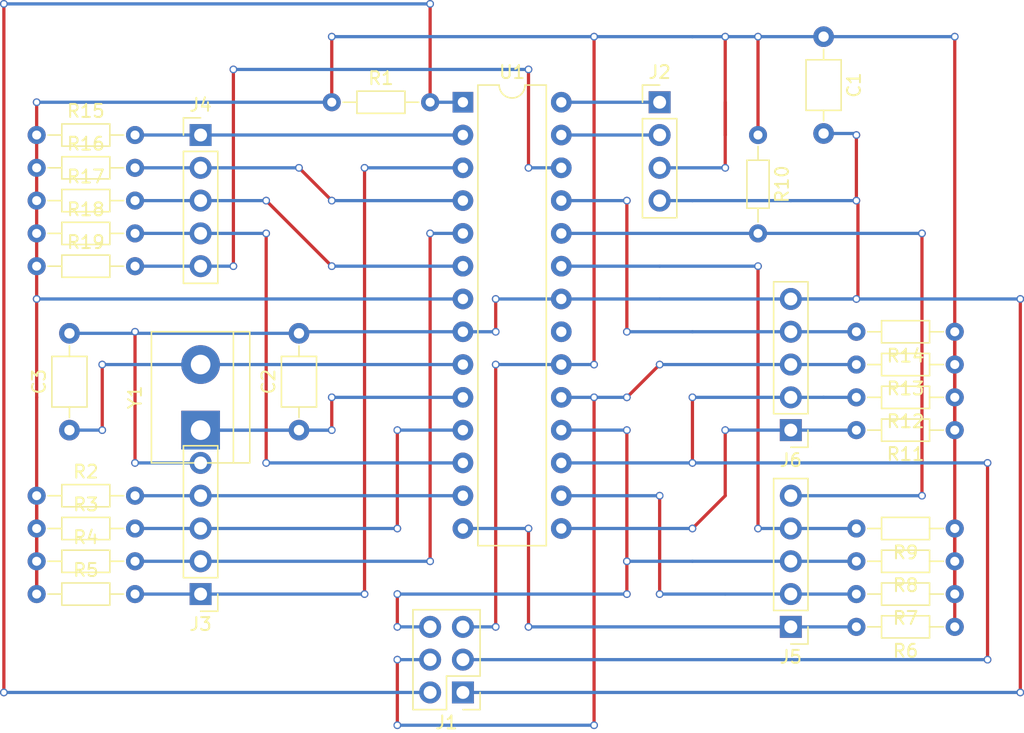
<source format=kicad_pcb>
(kicad_pcb (version 4) (host pcbnew 4.0.7-e2-6376~58~ubuntu14.04.1)

  (general
    (links 78)
    (no_connects 0)
    (area 0 0 0 0)
    (thickness 1.6)
    (drawings 0)
    (tracks 250)
    (zones 0)
    (modules 30)
    (nets 26)
  )

  (page A4)
  (layers
    (0 F.Cu signal)
    (31 B.Cu signal)
    (32 B.Adhes user)
    (33 F.Adhes user)
    (34 B.Paste user)
    (35 F.Paste user)
    (36 B.SilkS user)
    (37 F.SilkS user)
    (38 B.Mask user)
    (39 F.Mask user)
    (40 Dwgs.User user)
    (41 Cmts.User user)
    (42 Eco1.User user)
    (43 Eco2.User user)
    (44 Edge.Cuts user)
    (45 Margin user)
    (46 B.CrtYd user)
    (47 F.CrtYd user)
    (48 B.Fab user)
    (49 F.Fab user)
  )

  (setup
    (last_trace_width 0.25)
    (trace_clearance 0.2)
    (zone_clearance 0.508)
    (zone_45_only no)
    (trace_min 0.2)
    (segment_width 0.2)
    (edge_width 0.15)
    (via_size 0.6)
    (via_drill 0.4)
    (via_min_size 0.4)
    (via_min_drill 0.3)
    (uvia_size 0.3)
    (uvia_drill 0.1)
    (uvias_allowed no)
    (uvia_min_size 0.2)
    (uvia_min_drill 0.1)
    (pcb_text_width 0.3)
    (pcb_text_size 1.5 1.5)
    (mod_edge_width 0.15)
    (mod_text_size 1 1)
    (mod_text_width 0.15)
    (pad_size 1.524 1.524)
    (pad_drill 0.762)
    (pad_to_mask_clearance 0.2)
    (aux_axis_origin 0 0)
    (visible_elements FFFFFF7F)
    (pcbplotparams
      (layerselection 0x00000_80000000)
      (usegerberextensions false)
      (excludeedgelayer true)
      (linewidth 0.100000)
      (plotframeref false)
      (viasonmask false)
      (mode 1)
      (useauxorigin false)
      (hpglpennumber 1)
      (hpglpenspeed 20)
      (hpglpendiameter 15)
      (hpglpenoverlay 2)
      (psnegative false)
      (psa4output false)
      (plotreference true)
      (plotvalue true)
      (plotinvisibletext false)
      (padsonsilk false)
      (subtractmaskfromsilk false)
      (outputformat 1)
      (mirror false)
      (drillshape 0)
      (scaleselection 1)
      (outputdirectory ""))
  )

  (net 0 "")
  (net 1 +5V)
  (net 2 Earth)
  (net 3 "Net-(C2-Pad1)")
  (net 4 "Net-(C3-Pad1)")
  (net 5 "Net-(J1-Pad2)")
  (net 6 "Net-(J1-Pad3)")
  (net 7 "Net-(J2-Pad1)")
  (net 8 "Net-(J2-Pad2)")
  (net 9 "Net-(J3-Pad1)")
  (net 10 "Net-(J3-Pad2)")
  (net 11 "Net-(J3-Pad3)")
  (net 12 "Net-(J3-Pad4)")
  (net 13 "Net-(J4-Pad1)")
  (net 14 "Net-(J4-Pad2)")
  (net 15 "Net-(J4-Pad3)")
  (net 16 "Net-(J4-Pad4)")
  (net 17 "Net-(J4-Pad5)")
  (net 18 "Net-(J5-Pad1)")
  (net 19 "Net-(J5-Pad2)")
  (net 20 "Net-(J5-Pad4)")
  (net 21 "Net-(J5-Pad5)")
  (net 22 "Net-(J6-Pad1)")
  (net 23 "Net-(J6-Pad4)")
  (net 24 "Net-(J1-Pad4)")
  (net 25 "Net-(J1-Pad6)")

  (net_class Default "This is the default net class."
    (clearance 0.2)
    (trace_width 0.25)
    (via_dia 0.6)
    (via_drill 0.4)
    (uvia_dia 0.3)
    (uvia_drill 0.1)
    (add_net +5V)
    (add_net Earth)
    (add_net "Net-(C2-Pad1)")
    (add_net "Net-(C3-Pad1)")
    (add_net "Net-(J1-Pad2)")
    (add_net "Net-(J1-Pad3)")
    (add_net "Net-(J1-Pad4)")
    (add_net "Net-(J1-Pad6)")
    (add_net "Net-(J2-Pad1)")
    (add_net "Net-(J2-Pad2)")
    (add_net "Net-(J3-Pad1)")
    (add_net "Net-(J3-Pad2)")
    (add_net "Net-(J3-Pad3)")
    (add_net "Net-(J3-Pad4)")
    (add_net "Net-(J4-Pad1)")
    (add_net "Net-(J4-Pad2)")
    (add_net "Net-(J4-Pad3)")
    (add_net "Net-(J4-Pad4)")
    (add_net "Net-(J4-Pad5)")
    (add_net "Net-(J5-Pad1)")
    (add_net "Net-(J5-Pad2)")
    (add_net "Net-(J5-Pad4)")
    (add_net "Net-(J5-Pad5)")
    (add_net "Net-(J6-Pad1)")
    (add_net "Net-(J6-Pad4)")
  )

  (module Capacitors_THT:C_Axial_L3.8mm_D2.6mm_P7.50mm_Horizontal (layer F.Cu) (tedit 597BC7C2) (tstamp 5ABA27EF)
    (at 198.12 93.98 270)
    (descr "C, Axial series, Axial, Horizontal, pin pitch=7.5mm, , length*diameter=3.8*2.6mm^2, http://www.vishay.com/docs/45231/arseries.pdf")
    (tags "C Axial series Axial Horizontal pin pitch 7.5mm  length 3.8mm diameter 2.6mm")
    (path /5ABAAFA8)
    (fp_text reference C1 (at 3.75 -2.36 270) (layer F.SilkS)
      (effects (font (size 1 1) (thickness 0.15)))
    )
    (fp_text value C (at 3.75 2.36 270) (layer F.Fab)
      (effects (font (size 1 1) (thickness 0.15)))
    )
    (fp_line (start 1.85 -1.3) (end 1.85 1.3) (layer F.Fab) (width 0.1))
    (fp_line (start 1.85 1.3) (end 5.65 1.3) (layer F.Fab) (width 0.1))
    (fp_line (start 5.65 1.3) (end 5.65 -1.3) (layer F.Fab) (width 0.1))
    (fp_line (start 5.65 -1.3) (end 1.85 -1.3) (layer F.Fab) (width 0.1))
    (fp_line (start 0 0) (end 1.85 0) (layer F.Fab) (width 0.1))
    (fp_line (start 7.5 0) (end 5.65 0) (layer F.Fab) (width 0.1))
    (fp_line (start 1.79 -1.36) (end 1.79 1.36) (layer F.SilkS) (width 0.12))
    (fp_line (start 1.79 1.36) (end 5.71 1.36) (layer F.SilkS) (width 0.12))
    (fp_line (start 5.71 1.36) (end 5.71 -1.36) (layer F.SilkS) (width 0.12))
    (fp_line (start 5.71 -1.36) (end 1.79 -1.36) (layer F.SilkS) (width 0.12))
    (fp_line (start 0.98 0) (end 1.79 0) (layer F.SilkS) (width 0.12))
    (fp_line (start 6.52 0) (end 5.71 0) (layer F.SilkS) (width 0.12))
    (fp_line (start -1.05 -1.65) (end -1.05 1.65) (layer F.CrtYd) (width 0.05))
    (fp_line (start -1.05 1.65) (end 8.55 1.65) (layer F.CrtYd) (width 0.05))
    (fp_line (start 8.55 1.65) (end 8.55 -1.65) (layer F.CrtYd) (width 0.05))
    (fp_line (start 8.55 -1.65) (end -1.05 -1.65) (layer F.CrtYd) (width 0.05))
    (fp_text user %R (at 3.75 0 270) (layer F.Fab)
      (effects (font (size 1 1) (thickness 0.15)))
    )
    (pad 1 thru_hole circle (at 0 0 270) (size 1.6 1.6) (drill 0.8) (layers *.Cu *.Mask)
      (net 1 +5V))
    (pad 2 thru_hole oval (at 7.5 0 270) (size 1.6 1.6) (drill 0.8) (layers *.Cu *.Mask)
      (net 2 Earth))
    (model ${KISYS3DMOD}/Capacitors_THT.3dshapes/C_Axial_L3.8mm_D2.6mm_P7.50mm_Horizontal.wrl
      (at (xyz 0 0 0))
      (scale (xyz 1 1 1))
      (rotate (xyz 0 0 0))
    )
  )

  (module Capacitors_THT:C_Axial_L3.8mm_D2.6mm_P7.50mm_Horizontal (layer F.Cu) (tedit 597BC7C2) (tstamp 5ABA27F5)
    (at 157.48 124.46 90)
    (descr "C, Axial series, Axial, Horizontal, pin pitch=7.5mm, , length*diameter=3.8*2.6mm^2, http://www.vishay.com/docs/45231/arseries.pdf")
    (tags "C Axial series Axial Horizontal pin pitch 7.5mm  length 3.8mm diameter 2.6mm")
    (path /5ABAAF9E)
    (fp_text reference C2 (at 3.75 -2.36 90) (layer F.SilkS)
      (effects (font (size 1 1) (thickness 0.15)))
    )
    (fp_text value C (at 3.75 2.36 90) (layer F.Fab)
      (effects (font (size 1 1) (thickness 0.15)))
    )
    (fp_line (start 1.85 -1.3) (end 1.85 1.3) (layer F.Fab) (width 0.1))
    (fp_line (start 1.85 1.3) (end 5.65 1.3) (layer F.Fab) (width 0.1))
    (fp_line (start 5.65 1.3) (end 5.65 -1.3) (layer F.Fab) (width 0.1))
    (fp_line (start 5.65 -1.3) (end 1.85 -1.3) (layer F.Fab) (width 0.1))
    (fp_line (start 0 0) (end 1.85 0) (layer F.Fab) (width 0.1))
    (fp_line (start 7.5 0) (end 5.65 0) (layer F.Fab) (width 0.1))
    (fp_line (start 1.79 -1.36) (end 1.79 1.36) (layer F.SilkS) (width 0.12))
    (fp_line (start 1.79 1.36) (end 5.71 1.36) (layer F.SilkS) (width 0.12))
    (fp_line (start 5.71 1.36) (end 5.71 -1.36) (layer F.SilkS) (width 0.12))
    (fp_line (start 5.71 -1.36) (end 1.79 -1.36) (layer F.SilkS) (width 0.12))
    (fp_line (start 0.98 0) (end 1.79 0) (layer F.SilkS) (width 0.12))
    (fp_line (start 6.52 0) (end 5.71 0) (layer F.SilkS) (width 0.12))
    (fp_line (start -1.05 -1.65) (end -1.05 1.65) (layer F.CrtYd) (width 0.05))
    (fp_line (start -1.05 1.65) (end 8.55 1.65) (layer F.CrtYd) (width 0.05))
    (fp_line (start 8.55 1.65) (end 8.55 -1.65) (layer F.CrtYd) (width 0.05))
    (fp_line (start 8.55 -1.65) (end -1.05 -1.65) (layer F.CrtYd) (width 0.05))
    (fp_text user %R (at 3.75 0 90) (layer F.Fab)
      (effects (font (size 1 1) (thickness 0.15)))
    )
    (pad 1 thru_hole circle (at 0 0 90) (size 1.6 1.6) (drill 0.8) (layers *.Cu *.Mask)
      (net 3 "Net-(C2-Pad1)"))
    (pad 2 thru_hole oval (at 7.5 0 90) (size 1.6 1.6) (drill 0.8) (layers *.Cu *.Mask)
      (net 2 Earth))
    (model ${KISYS3DMOD}/Capacitors_THT.3dshapes/C_Axial_L3.8mm_D2.6mm_P7.50mm_Horizontal.wrl
      (at (xyz 0 0 0))
      (scale (xyz 1 1 1))
      (rotate (xyz 0 0 0))
    )
  )

  (module Capacitors_THT:C_Axial_L3.8mm_D2.6mm_P7.50mm_Horizontal (layer F.Cu) (tedit 597BC7C2) (tstamp 5ABA27FB)
    (at 139.7 124.46 90)
    (descr "C, Axial series, Axial, Horizontal, pin pitch=7.5mm, , length*diameter=3.8*2.6mm^2, http://www.vishay.com/docs/45231/arseries.pdf")
    (tags "C Axial series Axial Horizontal pin pitch 7.5mm  length 3.8mm diameter 2.6mm")
    (path /5ABAAF9F)
    (fp_text reference C3 (at 3.75 -2.36 90) (layer F.SilkS)
      (effects (font (size 1 1) (thickness 0.15)))
    )
    (fp_text value C (at 3.75 2.36 90) (layer F.Fab)
      (effects (font (size 1 1) (thickness 0.15)))
    )
    (fp_line (start 1.85 -1.3) (end 1.85 1.3) (layer F.Fab) (width 0.1))
    (fp_line (start 1.85 1.3) (end 5.65 1.3) (layer F.Fab) (width 0.1))
    (fp_line (start 5.65 1.3) (end 5.65 -1.3) (layer F.Fab) (width 0.1))
    (fp_line (start 5.65 -1.3) (end 1.85 -1.3) (layer F.Fab) (width 0.1))
    (fp_line (start 0 0) (end 1.85 0) (layer F.Fab) (width 0.1))
    (fp_line (start 7.5 0) (end 5.65 0) (layer F.Fab) (width 0.1))
    (fp_line (start 1.79 -1.36) (end 1.79 1.36) (layer F.SilkS) (width 0.12))
    (fp_line (start 1.79 1.36) (end 5.71 1.36) (layer F.SilkS) (width 0.12))
    (fp_line (start 5.71 1.36) (end 5.71 -1.36) (layer F.SilkS) (width 0.12))
    (fp_line (start 5.71 -1.36) (end 1.79 -1.36) (layer F.SilkS) (width 0.12))
    (fp_line (start 0.98 0) (end 1.79 0) (layer F.SilkS) (width 0.12))
    (fp_line (start 6.52 0) (end 5.71 0) (layer F.SilkS) (width 0.12))
    (fp_line (start -1.05 -1.65) (end -1.05 1.65) (layer F.CrtYd) (width 0.05))
    (fp_line (start -1.05 1.65) (end 8.55 1.65) (layer F.CrtYd) (width 0.05))
    (fp_line (start 8.55 1.65) (end 8.55 -1.65) (layer F.CrtYd) (width 0.05))
    (fp_line (start 8.55 -1.65) (end -1.05 -1.65) (layer F.CrtYd) (width 0.05))
    (fp_text user %R (at 3.75 0 90) (layer F.Fab)
      (effects (font (size 1 1) (thickness 0.15)))
    )
    (pad 1 thru_hole circle (at 0 0 90) (size 1.6 1.6) (drill 0.8) (layers *.Cu *.Mask)
      (net 4 "Net-(C3-Pad1)"))
    (pad 2 thru_hole oval (at 7.5 0 90) (size 1.6 1.6) (drill 0.8) (layers *.Cu *.Mask)
      (net 2 Earth))
    (model ${KISYS3DMOD}/Capacitors_THT.3dshapes/C_Axial_L3.8mm_D2.6mm_P7.50mm_Horizontal.wrl
      (at (xyz 0 0 0))
      (scale (xyz 1 1 1))
      (rotate (xyz 0 0 0))
    )
  )

  (module Pin_Headers:Pin_Header_Straight_2x03_Pitch2.54mm (layer F.Cu) (tedit 59650532) (tstamp 5ABA2805)
    (at 170.18 144.78 180)
    (descr "Through hole straight pin header, 2x03, 2.54mm pitch, double rows")
    (tags "Through hole pin header THT 2x03 2.54mm double row")
    (path /5ABAAFA4)
    (fp_text reference J1 (at 1.27 -2.33 180) (layer F.SilkS)
      (effects (font (size 1 1) (thickness 0.15)))
    )
    (fp_text value ISP (at 1.27 7.41 180) (layer F.Fab)
      (effects (font (size 1 1) (thickness 0.15)))
    )
    (fp_line (start 0 -1.27) (end 3.81 -1.27) (layer F.Fab) (width 0.1))
    (fp_line (start 3.81 -1.27) (end 3.81 6.35) (layer F.Fab) (width 0.1))
    (fp_line (start 3.81 6.35) (end -1.27 6.35) (layer F.Fab) (width 0.1))
    (fp_line (start -1.27 6.35) (end -1.27 0) (layer F.Fab) (width 0.1))
    (fp_line (start -1.27 0) (end 0 -1.27) (layer F.Fab) (width 0.1))
    (fp_line (start -1.33 6.41) (end 3.87 6.41) (layer F.SilkS) (width 0.12))
    (fp_line (start -1.33 1.27) (end -1.33 6.41) (layer F.SilkS) (width 0.12))
    (fp_line (start 3.87 -1.33) (end 3.87 6.41) (layer F.SilkS) (width 0.12))
    (fp_line (start -1.33 1.27) (end 1.27 1.27) (layer F.SilkS) (width 0.12))
    (fp_line (start 1.27 1.27) (end 1.27 -1.33) (layer F.SilkS) (width 0.12))
    (fp_line (start 1.27 -1.33) (end 3.87 -1.33) (layer F.SilkS) (width 0.12))
    (fp_line (start -1.33 0) (end -1.33 -1.33) (layer F.SilkS) (width 0.12))
    (fp_line (start -1.33 -1.33) (end 0 -1.33) (layer F.SilkS) (width 0.12))
    (fp_line (start -1.8 -1.8) (end -1.8 6.85) (layer F.CrtYd) (width 0.05))
    (fp_line (start -1.8 6.85) (end 4.35 6.85) (layer F.CrtYd) (width 0.05))
    (fp_line (start 4.35 6.85) (end 4.35 -1.8) (layer F.CrtYd) (width 0.05))
    (fp_line (start 4.35 -1.8) (end -1.8 -1.8) (layer F.CrtYd) (width 0.05))
    (fp_text user %R (at 1.27 2.54 270) (layer F.Fab)
      (effects (font (size 1 1) (thickness 0.15)))
    )
    (pad 1 thru_hole rect (at 0 0 180) (size 1.7 1.7) (drill 1) (layers *.Cu *.Mask)
      (net 2 Earth))
    (pad 2 thru_hole oval (at 2.54 0 180) (size 1.7 1.7) (drill 1) (layers *.Cu *.Mask)
      (net 5 "Net-(J1-Pad2)"))
    (pad 3 thru_hole oval (at 0 2.54 180) (size 1.7 1.7) (drill 1) (layers *.Cu *.Mask)
      (net 6 "Net-(J1-Pad3)"))
    (pad 4 thru_hole oval (at 2.54 2.54 180) (size 1.7 1.7) (drill 1) (layers *.Cu *.Mask)
      (net 24 "Net-(J1-Pad4)"))
    (pad 5 thru_hole oval (at 0 5.08 180) (size 1.7 1.7) (drill 1) (layers *.Cu *.Mask)
      (net 1 +5V))
    (pad 6 thru_hole oval (at 2.54 5.08 180) (size 1.7 1.7) (drill 1) (layers *.Cu *.Mask)
      (net 25 "Net-(J1-Pad6)"))
    (model ${KISYS3DMOD}/Pin_Headers.3dshapes/Pin_Header_Straight_2x03_Pitch2.54mm.wrl
      (at (xyz 0 0 0))
      (scale (xyz 1 1 1))
      (rotate (xyz 0 0 0))
    )
  )

  (module Pin_Headers:Pin_Header_Straight_1x04_Pitch2.54mm (layer F.Cu) (tedit 59650532) (tstamp 5ABA280D)
    (at 185.42 99.06)
    (descr "Through hole straight pin header, 1x04, 2.54mm pitch, single row")
    (tags "Through hole pin header THT 1x04 2.54mm single row")
    (path /5ABAAF9A)
    (fp_text reference J2 (at 0 -2.33) (layer F.SilkS)
      (effects (font (size 1 1) (thickness 0.15)))
    )
    (fp_text value Power/i2c (at 0 9.95) (layer F.Fab)
      (effects (font (size 1 1) (thickness 0.15)))
    )
    (fp_line (start -0.635 -1.27) (end 1.27 -1.27) (layer F.Fab) (width 0.1))
    (fp_line (start 1.27 -1.27) (end 1.27 8.89) (layer F.Fab) (width 0.1))
    (fp_line (start 1.27 8.89) (end -1.27 8.89) (layer F.Fab) (width 0.1))
    (fp_line (start -1.27 8.89) (end -1.27 -0.635) (layer F.Fab) (width 0.1))
    (fp_line (start -1.27 -0.635) (end -0.635 -1.27) (layer F.Fab) (width 0.1))
    (fp_line (start -1.33 8.95) (end 1.33 8.95) (layer F.SilkS) (width 0.12))
    (fp_line (start -1.33 1.27) (end -1.33 8.95) (layer F.SilkS) (width 0.12))
    (fp_line (start 1.33 1.27) (end 1.33 8.95) (layer F.SilkS) (width 0.12))
    (fp_line (start -1.33 1.27) (end 1.33 1.27) (layer F.SilkS) (width 0.12))
    (fp_line (start -1.33 0) (end -1.33 -1.33) (layer F.SilkS) (width 0.12))
    (fp_line (start -1.33 -1.33) (end 0 -1.33) (layer F.SilkS) (width 0.12))
    (fp_line (start -1.8 -1.8) (end -1.8 9.4) (layer F.CrtYd) (width 0.05))
    (fp_line (start -1.8 9.4) (end 1.8 9.4) (layer F.CrtYd) (width 0.05))
    (fp_line (start 1.8 9.4) (end 1.8 -1.8) (layer F.CrtYd) (width 0.05))
    (fp_line (start 1.8 -1.8) (end -1.8 -1.8) (layer F.CrtYd) (width 0.05))
    (fp_text user %R (at 0 3.81 90) (layer F.Fab)
      (effects (font (size 1 1) (thickness 0.15)))
    )
    (pad 1 thru_hole rect (at 0 0) (size 1.7 1.7) (drill 1) (layers *.Cu *.Mask)
      (net 7 "Net-(J2-Pad1)"))
    (pad 2 thru_hole oval (at 0 2.54) (size 1.7 1.7) (drill 1) (layers *.Cu *.Mask)
      (net 8 "Net-(J2-Pad2)"))
    (pad 3 thru_hole oval (at 0 5.08) (size 1.7 1.7) (drill 1) (layers *.Cu *.Mask)
      (net 1 +5V))
    (pad 4 thru_hole oval (at 0 7.62) (size 1.7 1.7) (drill 1) (layers *.Cu *.Mask)
      (net 2 Earth))
    (model ${KISYS3DMOD}/Pin_Headers.3dshapes/Pin_Header_Straight_1x04_Pitch2.54mm.wrl
      (at (xyz 0 0 0))
      (scale (xyz 1 1 1))
      (rotate (xyz 0 0 0))
    )
  )

  (module Pin_Headers:Pin_Header_Straight_1x05_Pitch2.54mm (layer F.Cu) (tedit 59650532) (tstamp 5ABA2816)
    (at 149.86 137.16 180)
    (descr "Through hole straight pin header, 1x05, 2.54mm pitch, single row")
    (tags "Through hole pin header THT 1x05 2.54mm single row")
    (path /5ABAD105)
    (fp_text reference J3 (at 0 -2.33 180) (layer F.SilkS)
      (effects (font (size 1 1) (thickness 0.15)))
    )
    (fp_text value Conn_01x05 (at 0 12.49 180) (layer F.Fab)
      (effects (font (size 1 1) (thickness 0.15)))
    )
    (fp_line (start -0.635 -1.27) (end 1.27 -1.27) (layer F.Fab) (width 0.1))
    (fp_line (start 1.27 -1.27) (end 1.27 11.43) (layer F.Fab) (width 0.1))
    (fp_line (start 1.27 11.43) (end -1.27 11.43) (layer F.Fab) (width 0.1))
    (fp_line (start -1.27 11.43) (end -1.27 -0.635) (layer F.Fab) (width 0.1))
    (fp_line (start -1.27 -0.635) (end -0.635 -1.27) (layer F.Fab) (width 0.1))
    (fp_line (start -1.33 11.49) (end 1.33 11.49) (layer F.SilkS) (width 0.12))
    (fp_line (start -1.33 1.27) (end -1.33 11.49) (layer F.SilkS) (width 0.12))
    (fp_line (start 1.33 1.27) (end 1.33 11.49) (layer F.SilkS) (width 0.12))
    (fp_line (start -1.33 1.27) (end 1.33 1.27) (layer F.SilkS) (width 0.12))
    (fp_line (start -1.33 0) (end -1.33 -1.33) (layer F.SilkS) (width 0.12))
    (fp_line (start -1.33 -1.33) (end 0 -1.33) (layer F.SilkS) (width 0.12))
    (fp_line (start -1.8 -1.8) (end -1.8 11.95) (layer F.CrtYd) (width 0.05))
    (fp_line (start -1.8 11.95) (end 1.8 11.95) (layer F.CrtYd) (width 0.05))
    (fp_line (start 1.8 11.95) (end 1.8 -1.8) (layer F.CrtYd) (width 0.05))
    (fp_line (start 1.8 -1.8) (end -1.8 -1.8) (layer F.CrtYd) (width 0.05))
    (fp_text user %R (at 0 5.08 270) (layer F.Fab)
      (effects (font (size 1 1) (thickness 0.15)))
    )
    (pad 1 thru_hole rect (at 0 0 180) (size 1.7 1.7) (drill 1) (layers *.Cu *.Mask)
      (net 9 "Net-(J3-Pad1)"))
    (pad 2 thru_hole oval (at 0 2.54 180) (size 1.7 1.7) (drill 1) (layers *.Cu *.Mask)
      (net 10 "Net-(J3-Pad2)"))
    (pad 3 thru_hole oval (at 0 5.08 180) (size 1.7 1.7) (drill 1) (layers *.Cu *.Mask)
      (net 11 "Net-(J3-Pad3)"))
    (pad 4 thru_hole oval (at 0 7.62 180) (size 1.7 1.7) (drill 1) (layers *.Cu *.Mask)
      (net 12 "Net-(J3-Pad4)"))
    (pad 5 thru_hole oval (at 0 10.16 180) (size 1.7 1.7) (drill 1) (layers *.Cu *.Mask)
      (net 2 Earth))
    (model ${KISYS3DMOD}/Pin_Headers.3dshapes/Pin_Header_Straight_1x05_Pitch2.54mm.wrl
      (at (xyz 0 0 0))
      (scale (xyz 1 1 1))
      (rotate (xyz 0 0 0))
    )
  )

  (module Pin_Headers:Pin_Header_Straight_1x05_Pitch2.54mm (layer F.Cu) (tedit 59650532) (tstamp 5ABA281F)
    (at 149.86 101.6)
    (descr "Through hole straight pin header, 1x05, 2.54mm pitch, single row")
    (tags "Through hole pin header THT 1x05 2.54mm single row")
    (path /5ABAD24F)
    (fp_text reference J4 (at 0 -2.33) (layer F.SilkS)
      (effects (font (size 1 1) (thickness 0.15)))
    )
    (fp_text value Conn_01x05 (at 0 12.49) (layer F.Fab)
      (effects (font (size 1 1) (thickness 0.15)))
    )
    (fp_line (start -0.635 -1.27) (end 1.27 -1.27) (layer F.Fab) (width 0.1))
    (fp_line (start 1.27 -1.27) (end 1.27 11.43) (layer F.Fab) (width 0.1))
    (fp_line (start 1.27 11.43) (end -1.27 11.43) (layer F.Fab) (width 0.1))
    (fp_line (start -1.27 11.43) (end -1.27 -0.635) (layer F.Fab) (width 0.1))
    (fp_line (start -1.27 -0.635) (end -0.635 -1.27) (layer F.Fab) (width 0.1))
    (fp_line (start -1.33 11.49) (end 1.33 11.49) (layer F.SilkS) (width 0.12))
    (fp_line (start -1.33 1.27) (end -1.33 11.49) (layer F.SilkS) (width 0.12))
    (fp_line (start 1.33 1.27) (end 1.33 11.49) (layer F.SilkS) (width 0.12))
    (fp_line (start -1.33 1.27) (end 1.33 1.27) (layer F.SilkS) (width 0.12))
    (fp_line (start -1.33 0) (end -1.33 -1.33) (layer F.SilkS) (width 0.12))
    (fp_line (start -1.33 -1.33) (end 0 -1.33) (layer F.SilkS) (width 0.12))
    (fp_line (start -1.8 -1.8) (end -1.8 11.95) (layer F.CrtYd) (width 0.05))
    (fp_line (start -1.8 11.95) (end 1.8 11.95) (layer F.CrtYd) (width 0.05))
    (fp_line (start 1.8 11.95) (end 1.8 -1.8) (layer F.CrtYd) (width 0.05))
    (fp_line (start 1.8 -1.8) (end -1.8 -1.8) (layer F.CrtYd) (width 0.05))
    (fp_text user %R (at 0 5.08 90) (layer F.Fab)
      (effects (font (size 1 1) (thickness 0.15)))
    )
    (pad 1 thru_hole rect (at 0 0) (size 1.7 1.7) (drill 1) (layers *.Cu *.Mask)
      (net 13 "Net-(J4-Pad1)"))
    (pad 2 thru_hole oval (at 0 2.54) (size 1.7 1.7) (drill 1) (layers *.Cu *.Mask)
      (net 14 "Net-(J4-Pad2)"))
    (pad 3 thru_hole oval (at 0 5.08) (size 1.7 1.7) (drill 1) (layers *.Cu *.Mask)
      (net 15 "Net-(J4-Pad3)"))
    (pad 4 thru_hole oval (at 0 7.62) (size 1.7 1.7) (drill 1) (layers *.Cu *.Mask)
      (net 16 "Net-(J4-Pad4)"))
    (pad 5 thru_hole oval (at 0 10.16) (size 1.7 1.7) (drill 1) (layers *.Cu *.Mask)
      (net 17 "Net-(J4-Pad5)"))
    (model ${KISYS3DMOD}/Pin_Headers.3dshapes/Pin_Header_Straight_1x05_Pitch2.54mm.wrl
      (at (xyz 0 0 0))
      (scale (xyz 1 1 1))
      (rotate (xyz 0 0 0))
    )
  )

  (module Resistors_THT:R_Axial_DIN0204_L3.6mm_D1.6mm_P7.62mm_Horizontal (layer F.Cu) (tedit 5874F706) (tstamp 5ABA2825)
    (at 160.02 99.06)
    (descr "Resistor, Axial_DIN0204 series, Axial, Horizontal, pin pitch=7.62mm, 0.16666666666666666W = 1/6W, length*diameter=3.6*1.6mm^2, http://cdn-reichelt.de/documents/datenblatt/B400/1_4W%23YAG.pdf")
    (tags "Resistor Axial_DIN0204 series Axial Horizontal pin pitch 7.62mm 0.16666666666666666W = 1/6W length 3.6mm diameter 1.6mm")
    (path /5ABAAFA6)
    (fp_text reference R1 (at 3.81 -1.86) (layer F.SilkS)
      (effects (font (size 1 1) (thickness 0.15)))
    )
    (fp_text value R (at 3.81 1.86) (layer F.Fab)
      (effects (font (size 1 1) (thickness 0.15)))
    )
    (fp_line (start 2.01 -0.8) (end 2.01 0.8) (layer F.Fab) (width 0.1))
    (fp_line (start 2.01 0.8) (end 5.61 0.8) (layer F.Fab) (width 0.1))
    (fp_line (start 5.61 0.8) (end 5.61 -0.8) (layer F.Fab) (width 0.1))
    (fp_line (start 5.61 -0.8) (end 2.01 -0.8) (layer F.Fab) (width 0.1))
    (fp_line (start 0 0) (end 2.01 0) (layer F.Fab) (width 0.1))
    (fp_line (start 7.62 0) (end 5.61 0) (layer F.Fab) (width 0.1))
    (fp_line (start 1.95 -0.86) (end 1.95 0.86) (layer F.SilkS) (width 0.12))
    (fp_line (start 1.95 0.86) (end 5.67 0.86) (layer F.SilkS) (width 0.12))
    (fp_line (start 5.67 0.86) (end 5.67 -0.86) (layer F.SilkS) (width 0.12))
    (fp_line (start 5.67 -0.86) (end 1.95 -0.86) (layer F.SilkS) (width 0.12))
    (fp_line (start 0.88 0) (end 1.95 0) (layer F.SilkS) (width 0.12))
    (fp_line (start 6.74 0) (end 5.67 0) (layer F.SilkS) (width 0.12))
    (fp_line (start -0.95 -1.15) (end -0.95 1.15) (layer F.CrtYd) (width 0.05))
    (fp_line (start -0.95 1.15) (end 8.6 1.15) (layer F.CrtYd) (width 0.05))
    (fp_line (start 8.6 1.15) (end 8.6 -1.15) (layer F.CrtYd) (width 0.05))
    (fp_line (start 8.6 -1.15) (end -0.95 -1.15) (layer F.CrtYd) (width 0.05))
    (pad 1 thru_hole circle (at 0 0) (size 1.4 1.4) (drill 0.7) (layers *.Cu *.Mask)
      (net 1 +5V))
    (pad 2 thru_hole oval (at 7.62 0) (size 1.4 1.4) (drill 0.7) (layers *.Cu *.Mask)
      (net 5 "Net-(J1-Pad2)"))
    (model ${KISYS3DMOD}/Resistors_THT.3dshapes/R_Axial_DIN0204_L3.6mm_D1.6mm_P7.62mm_Horizontal.wrl
      (at (xyz 0 0 0))
      (scale (xyz 0.393701 0.393701 0.393701))
      (rotate (xyz 0 0 0))
    )
  )

  (module Pin_Headers:Pin_Header_Straight_1x05_Pitch2.54mm (layer F.Cu) (tedit 59650532) (tstamp 5AC3A3BB)
    (at 195.58 139.7 180)
    (descr "Through hole straight pin header, 1x05, 2.54mm pitch, single row")
    (tags "Through hole pin header THT 1x05 2.54mm single row")
    (path /5AC3978D)
    (fp_text reference J5 (at 0 -2.33 180) (layer F.SilkS)
      (effects (font (size 1 1) (thickness 0.15)))
    )
    (fp_text value Conn_01x05 (at 0 12.49 180) (layer F.Fab)
      (effects (font (size 1 1) (thickness 0.15)))
    )
    (fp_line (start -0.635 -1.27) (end 1.27 -1.27) (layer F.Fab) (width 0.1))
    (fp_line (start 1.27 -1.27) (end 1.27 11.43) (layer F.Fab) (width 0.1))
    (fp_line (start 1.27 11.43) (end -1.27 11.43) (layer F.Fab) (width 0.1))
    (fp_line (start -1.27 11.43) (end -1.27 -0.635) (layer F.Fab) (width 0.1))
    (fp_line (start -1.27 -0.635) (end -0.635 -1.27) (layer F.Fab) (width 0.1))
    (fp_line (start -1.33 11.49) (end 1.33 11.49) (layer F.SilkS) (width 0.12))
    (fp_line (start -1.33 1.27) (end -1.33 11.49) (layer F.SilkS) (width 0.12))
    (fp_line (start 1.33 1.27) (end 1.33 11.49) (layer F.SilkS) (width 0.12))
    (fp_line (start -1.33 1.27) (end 1.33 1.27) (layer F.SilkS) (width 0.12))
    (fp_line (start -1.33 0) (end -1.33 -1.33) (layer F.SilkS) (width 0.12))
    (fp_line (start -1.33 -1.33) (end 0 -1.33) (layer F.SilkS) (width 0.12))
    (fp_line (start -1.8 -1.8) (end -1.8 11.95) (layer F.CrtYd) (width 0.05))
    (fp_line (start -1.8 11.95) (end 1.8 11.95) (layer F.CrtYd) (width 0.05))
    (fp_line (start 1.8 11.95) (end 1.8 -1.8) (layer F.CrtYd) (width 0.05))
    (fp_line (start 1.8 -1.8) (end -1.8 -1.8) (layer F.CrtYd) (width 0.05))
    (fp_text user %R (at 0 5.08 270) (layer F.Fab)
      (effects (font (size 1 1) (thickness 0.15)))
    )
    (pad 1 thru_hole rect (at 0 0 180) (size 1.7 1.7) (drill 1) (layers *.Cu *.Mask)
      (net 18 "Net-(J5-Pad1)"))
    (pad 2 thru_hole oval (at 0 2.54 180) (size 1.7 1.7) (drill 1) (layers *.Cu *.Mask)
      (net 19 "Net-(J5-Pad2)"))
    (pad 3 thru_hole oval (at 0 5.08 180) (size 1.7 1.7) (drill 1) (layers *.Cu *.Mask)
      (net 25 "Net-(J1-Pad6)"))
    (pad 4 thru_hole oval (at 0 7.62 180) (size 1.7 1.7) (drill 1) (layers *.Cu *.Mask)
      (net 20 "Net-(J5-Pad4)"))
    (pad 5 thru_hole oval (at 0 10.16 180) (size 1.7 1.7) (drill 1) (layers *.Cu *.Mask)
      (net 21 "Net-(J5-Pad5)"))
    (model ${KISYS3DMOD}/Pin_Headers.3dshapes/Pin_Header_Straight_1x05_Pitch2.54mm.wrl
      (at (xyz 0 0 0))
      (scale (xyz 1 1 1))
      (rotate (xyz 0 0 0))
    )
  )

  (module Pin_Headers:Pin_Header_Straight_1x05_Pitch2.54mm (layer F.Cu) (tedit 59650532) (tstamp 5AC3A3C4)
    (at 195.58 124.46 180)
    (descr "Through hole straight pin header, 1x05, 2.54mm pitch, single row")
    (tags "Through hole pin header THT 1x05 2.54mm single row")
    (path /5AC397FC)
    (fp_text reference J6 (at 0 -2.33 180) (layer F.SilkS)
      (effects (font (size 1 1) (thickness 0.15)))
    )
    (fp_text value Conn_01x05 (at 0 12.49 180) (layer F.Fab)
      (effects (font (size 1 1) (thickness 0.15)))
    )
    (fp_line (start -0.635 -1.27) (end 1.27 -1.27) (layer F.Fab) (width 0.1))
    (fp_line (start 1.27 -1.27) (end 1.27 11.43) (layer F.Fab) (width 0.1))
    (fp_line (start 1.27 11.43) (end -1.27 11.43) (layer F.Fab) (width 0.1))
    (fp_line (start -1.27 11.43) (end -1.27 -0.635) (layer F.Fab) (width 0.1))
    (fp_line (start -1.27 -0.635) (end -0.635 -1.27) (layer F.Fab) (width 0.1))
    (fp_line (start -1.33 11.49) (end 1.33 11.49) (layer F.SilkS) (width 0.12))
    (fp_line (start -1.33 1.27) (end -1.33 11.49) (layer F.SilkS) (width 0.12))
    (fp_line (start 1.33 1.27) (end 1.33 11.49) (layer F.SilkS) (width 0.12))
    (fp_line (start -1.33 1.27) (end 1.33 1.27) (layer F.SilkS) (width 0.12))
    (fp_line (start -1.33 0) (end -1.33 -1.33) (layer F.SilkS) (width 0.12))
    (fp_line (start -1.33 -1.33) (end 0 -1.33) (layer F.SilkS) (width 0.12))
    (fp_line (start -1.8 -1.8) (end -1.8 11.95) (layer F.CrtYd) (width 0.05))
    (fp_line (start -1.8 11.95) (end 1.8 11.95) (layer F.CrtYd) (width 0.05))
    (fp_line (start 1.8 11.95) (end 1.8 -1.8) (layer F.CrtYd) (width 0.05))
    (fp_line (start 1.8 -1.8) (end -1.8 -1.8) (layer F.CrtYd) (width 0.05))
    (fp_text user %R (at 0 5.08 270) (layer F.Fab)
      (effects (font (size 1 1) (thickness 0.15)))
    )
    (pad 1 thru_hole rect (at 0 0 180) (size 1.7 1.7) (drill 1) (layers *.Cu *.Mask)
      (net 22 "Net-(J6-Pad1)"))
    (pad 2 thru_hole oval (at 0 2.54 180) (size 1.7 1.7) (drill 1) (layers *.Cu *.Mask)
      (net 6 "Net-(J1-Pad3)"))
    (pad 3 thru_hole oval (at 0 5.08 180) (size 1.7 1.7) (drill 1) (layers *.Cu *.Mask)
      (net 24 "Net-(J1-Pad4)"))
    (pad 4 thru_hole oval (at 0 7.62 180) (size 1.7 1.7) (drill 1) (layers *.Cu *.Mask)
      (net 23 "Net-(J6-Pad4)"))
    (pad 5 thru_hole oval (at 0 10.16 180) (size 1.7 1.7) (drill 1) (layers *.Cu *.Mask)
      (net 2 Earth))
    (model ${KISYS3DMOD}/Pin_Headers.3dshapes/Pin_Header_Straight_1x05_Pitch2.54mm.wrl
      (at (xyz 0 0 0))
      (scale (xyz 1 1 1))
      (rotate (xyz 0 0 0))
    )
  )

  (module Resistors_THT:R_Axial_DIN0204_L3.6mm_D1.6mm_P7.62mm_Horizontal (layer F.Cu) (tedit 5874F706) (tstamp 5AC3A3CA)
    (at 137.16 129.54)
    (descr "Resistor, Axial_DIN0204 series, Axial, Horizontal, pin pitch=7.62mm, 0.16666666666666666W = 1/6W, length*diameter=3.6*1.6mm^2, http://cdn-reichelt.de/documents/datenblatt/B400/1_4W%23YAG.pdf")
    (tags "Resistor Axial_DIN0204 series Axial Horizontal pin pitch 7.62mm 0.16666666666666666W = 1/6W length 3.6mm diameter 1.6mm")
    (path /5AC499AB)
    (fp_text reference R2 (at 3.81 -1.86) (layer F.SilkS)
      (effects (font (size 1 1) (thickness 0.15)))
    )
    (fp_text value R (at 3.81 1.86) (layer F.Fab)
      (effects (font (size 1 1) (thickness 0.15)))
    )
    (fp_line (start 2.01 -0.8) (end 2.01 0.8) (layer F.Fab) (width 0.1))
    (fp_line (start 2.01 0.8) (end 5.61 0.8) (layer F.Fab) (width 0.1))
    (fp_line (start 5.61 0.8) (end 5.61 -0.8) (layer F.Fab) (width 0.1))
    (fp_line (start 5.61 -0.8) (end 2.01 -0.8) (layer F.Fab) (width 0.1))
    (fp_line (start 0 0) (end 2.01 0) (layer F.Fab) (width 0.1))
    (fp_line (start 7.62 0) (end 5.61 0) (layer F.Fab) (width 0.1))
    (fp_line (start 1.95 -0.86) (end 1.95 0.86) (layer F.SilkS) (width 0.12))
    (fp_line (start 1.95 0.86) (end 5.67 0.86) (layer F.SilkS) (width 0.12))
    (fp_line (start 5.67 0.86) (end 5.67 -0.86) (layer F.SilkS) (width 0.12))
    (fp_line (start 5.67 -0.86) (end 1.95 -0.86) (layer F.SilkS) (width 0.12))
    (fp_line (start 0.88 0) (end 1.95 0) (layer F.SilkS) (width 0.12))
    (fp_line (start 6.74 0) (end 5.67 0) (layer F.SilkS) (width 0.12))
    (fp_line (start -0.95 -1.15) (end -0.95 1.15) (layer F.CrtYd) (width 0.05))
    (fp_line (start -0.95 1.15) (end 8.6 1.15) (layer F.CrtYd) (width 0.05))
    (fp_line (start 8.6 1.15) (end 8.6 -1.15) (layer F.CrtYd) (width 0.05))
    (fp_line (start 8.6 -1.15) (end -0.95 -1.15) (layer F.CrtYd) (width 0.05))
    (pad 1 thru_hole circle (at 0 0) (size 1.4 1.4) (drill 0.7) (layers *.Cu *.Mask)
      (net 1 +5V))
    (pad 2 thru_hole oval (at 7.62 0) (size 1.4 1.4) (drill 0.7) (layers *.Cu *.Mask)
      (net 12 "Net-(J3-Pad4)"))
    (model ${KISYS3DMOD}/Resistors_THT.3dshapes/R_Axial_DIN0204_L3.6mm_D1.6mm_P7.62mm_Horizontal.wrl
      (at (xyz 0 0 0))
      (scale (xyz 0.393701 0.393701 0.393701))
      (rotate (xyz 0 0 0))
    )
  )

  (module Resistors_THT:R_Axial_DIN0204_L3.6mm_D1.6mm_P7.62mm_Horizontal (layer F.Cu) (tedit 5874F706) (tstamp 5AC3A3D0)
    (at 137.16 132.08)
    (descr "Resistor, Axial_DIN0204 series, Axial, Horizontal, pin pitch=7.62mm, 0.16666666666666666W = 1/6W, length*diameter=3.6*1.6mm^2, http://cdn-reichelt.de/documents/datenblatt/B400/1_4W%23YAG.pdf")
    (tags "Resistor Axial_DIN0204 series Axial Horizontal pin pitch 7.62mm 0.16666666666666666W = 1/6W length 3.6mm diameter 1.6mm")
    (path /5AC499A5)
    (fp_text reference R3 (at 3.81 -1.86) (layer F.SilkS)
      (effects (font (size 1 1) (thickness 0.15)))
    )
    (fp_text value R (at 3.81 1.86) (layer F.Fab)
      (effects (font (size 1 1) (thickness 0.15)))
    )
    (fp_line (start 2.01 -0.8) (end 2.01 0.8) (layer F.Fab) (width 0.1))
    (fp_line (start 2.01 0.8) (end 5.61 0.8) (layer F.Fab) (width 0.1))
    (fp_line (start 5.61 0.8) (end 5.61 -0.8) (layer F.Fab) (width 0.1))
    (fp_line (start 5.61 -0.8) (end 2.01 -0.8) (layer F.Fab) (width 0.1))
    (fp_line (start 0 0) (end 2.01 0) (layer F.Fab) (width 0.1))
    (fp_line (start 7.62 0) (end 5.61 0) (layer F.Fab) (width 0.1))
    (fp_line (start 1.95 -0.86) (end 1.95 0.86) (layer F.SilkS) (width 0.12))
    (fp_line (start 1.95 0.86) (end 5.67 0.86) (layer F.SilkS) (width 0.12))
    (fp_line (start 5.67 0.86) (end 5.67 -0.86) (layer F.SilkS) (width 0.12))
    (fp_line (start 5.67 -0.86) (end 1.95 -0.86) (layer F.SilkS) (width 0.12))
    (fp_line (start 0.88 0) (end 1.95 0) (layer F.SilkS) (width 0.12))
    (fp_line (start 6.74 0) (end 5.67 0) (layer F.SilkS) (width 0.12))
    (fp_line (start -0.95 -1.15) (end -0.95 1.15) (layer F.CrtYd) (width 0.05))
    (fp_line (start -0.95 1.15) (end 8.6 1.15) (layer F.CrtYd) (width 0.05))
    (fp_line (start 8.6 1.15) (end 8.6 -1.15) (layer F.CrtYd) (width 0.05))
    (fp_line (start 8.6 -1.15) (end -0.95 -1.15) (layer F.CrtYd) (width 0.05))
    (pad 1 thru_hole circle (at 0 0) (size 1.4 1.4) (drill 0.7) (layers *.Cu *.Mask)
      (net 1 +5V))
    (pad 2 thru_hole oval (at 7.62 0) (size 1.4 1.4) (drill 0.7) (layers *.Cu *.Mask)
      (net 11 "Net-(J3-Pad3)"))
    (model ${KISYS3DMOD}/Resistors_THT.3dshapes/R_Axial_DIN0204_L3.6mm_D1.6mm_P7.62mm_Horizontal.wrl
      (at (xyz 0 0 0))
      (scale (xyz 0.393701 0.393701 0.393701))
      (rotate (xyz 0 0 0))
    )
  )

  (module Resistors_THT:R_Axial_DIN0204_L3.6mm_D1.6mm_P7.62mm_Horizontal (layer F.Cu) (tedit 5874F706) (tstamp 5AC3A3D6)
    (at 137.16 134.62)
    (descr "Resistor, Axial_DIN0204 series, Axial, Horizontal, pin pitch=7.62mm, 0.16666666666666666W = 1/6W, length*diameter=3.6*1.6mm^2, http://cdn-reichelt.de/documents/datenblatt/B400/1_4W%23YAG.pdf")
    (tags "Resistor Axial_DIN0204 series Axial Horizontal pin pitch 7.62mm 0.16666666666666666W = 1/6W length 3.6mm diameter 1.6mm")
    (path /5AC4999F)
    (fp_text reference R4 (at 3.81 -1.86) (layer F.SilkS)
      (effects (font (size 1 1) (thickness 0.15)))
    )
    (fp_text value R (at 3.81 1.86) (layer F.Fab)
      (effects (font (size 1 1) (thickness 0.15)))
    )
    (fp_line (start 2.01 -0.8) (end 2.01 0.8) (layer F.Fab) (width 0.1))
    (fp_line (start 2.01 0.8) (end 5.61 0.8) (layer F.Fab) (width 0.1))
    (fp_line (start 5.61 0.8) (end 5.61 -0.8) (layer F.Fab) (width 0.1))
    (fp_line (start 5.61 -0.8) (end 2.01 -0.8) (layer F.Fab) (width 0.1))
    (fp_line (start 0 0) (end 2.01 0) (layer F.Fab) (width 0.1))
    (fp_line (start 7.62 0) (end 5.61 0) (layer F.Fab) (width 0.1))
    (fp_line (start 1.95 -0.86) (end 1.95 0.86) (layer F.SilkS) (width 0.12))
    (fp_line (start 1.95 0.86) (end 5.67 0.86) (layer F.SilkS) (width 0.12))
    (fp_line (start 5.67 0.86) (end 5.67 -0.86) (layer F.SilkS) (width 0.12))
    (fp_line (start 5.67 -0.86) (end 1.95 -0.86) (layer F.SilkS) (width 0.12))
    (fp_line (start 0.88 0) (end 1.95 0) (layer F.SilkS) (width 0.12))
    (fp_line (start 6.74 0) (end 5.67 0) (layer F.SilkS) (width 0.12))
    (fp_line (start -0.95 -1.15) (end -0.95 1.15) (layer F.CrtYd) (width 0.05))
    (fp_line (start -0.95 1.15) (end 8.6 1.15) (layer F.CrtYd) (width 0.05))
    (fp_line (start 8.6 1.15) (end 8.6 -1.15) (layer F.CrtYd) (width 0.05))
    (fp_line (start 8.6 -1.15) (end -0.95 -1.15) (layer F.CrtYd) (width 0.05))
    (pad 1 thru_hole circle (at 0 0) (size 1.4 1.4) (drill 0.7) (layers *.Cu *.Mask)
      (net 1 +5V))
    (pad 2 thru_hole oval (at 7.62 0) (size 1.4 1.4) (drill 0.7) (layers *.Cu *.Mask)
      (net 10 "Net-(J3-Pad2)"))
    (model ${KISYS3DMOD}/Resistors_THT.3dshapes/R_Axial_DIN0204_L3.6mm_D1.6mm_P7.62mm_Horizontal.wrl
      (at (xyz 0 0 0))
      (scale (xyz 0.393701 0.393701 0.393701))
      (rotate (xyz 0 0 0))
    )
  )

  (module Resistors_THT:R_Axial_DIN0204_L3.6mm_D1.6mm_P7.62mm_Horizontal (layer F.Cu) (tedit 5874F706) (tstamp 5AC3A3DC)
    (at 137.16 137.16)
    (descr "Resistor, Axial_DIN0204 series, Axial, Horizontal, pin pitch=7.62mm, 0.16666666666666666W = 1/6W, length*diameter=3.6*1.6mm^2, http://cdn-reichelt.de/documents/datenblatt/B400/1_4W%23YAG.pdf")
    (tags "Resistor Axial_DIN0204 series Axial Horizontal pin pitch 7.62mm 0.16666666666666666W = 1/6W length 3.6mm diameter 1.6mm")
    (path /5AC49999)
    (fp_text reference R5 (at 3.81 -1.86) (layer F.SilkS)
      (effects (font (size 1 1) (thickness 0.15)))
    )
    (fp_text value R (at 3.81 1.86) (layer F.Fab)
      (effects (font (size 1 1) (thickness 0.15)))
    )
    (fp_line (start 2.01 -0.8) (end 2.01 0.8) (layer F.Fab) (width 0.1))
    (fp_line (start 2.01 0.8) (end 5.61 0.8) (layer F.Fab) (width 0.1))
    (fp_line (start 5.61 0.8) (end 5.61 -0.8) (layer F.Fab) (width 0.1))
    (fp_line (start 5.61 -0.8) (end 2.01 -0.8) (layer F.Fab) (width 0.1))
    (fp_line (start 0 0) (end 2.01 0) (layer F.Fab) (width 0.1))
    (fp_line (start 7.62 0) (end 5.61 0) (layer F.Fab) (width 0.1))
    (fp_line (start 1.95 -0.86) (end 1.95 0.86) (layer F.SilkS) (width 0.12))
    (fp_line (start 1.95 0.86) (end 5.67 0.86) (layer F.SilkS) (width 0.12))
    (fp_line (start 5.67 0.86) (end 5.67 -0.86) (layer F.SilkS) (width 0.12))
    (fp_line (start 5.67 -0.86) (end 1.95 -0.86) (layer F.SilkS) (width 0.12))
    (fp_line (start 0.88 0) (end 1.95 0) (layer F.SilkS) (width 0.12))
    (fp_line (start 6.74 0) (end 5.67 0) (layer F.SilkS) (width 0.12))
    (fp_line (start -0.95 -1.15) (end -0.95 1.15) (layer F.CrtYd) (width 0.05))
    (fp_line (start -0.95 1.15) (end 8.6 1.15) (layer F.CrtYd) (width 0.05))
    (fp_line (start 8.6 1.15) (end 8.6 -1.15) (layer F.CrtYd) (width 0.05))
    (fp_line (start 8.6 -1.15) (end -0.95 -1.15) (layer F.CrtYd) (width 0.05))
    (pad 1 thru_hole circle (at 0 0) (size 1.4 1.4) (drill 0.7) (layers *.Cu *.Mask)
      (net 1 +5V))
    (pad 2 thru_hole oval (at 7.62 0) (size 1.4 1.4) (drill 0.7) (layers *.Cu *.Mask)
      (net 9 "Net-(J3-Pad1)"))
    (model ${KISYS3DMOD}/Resistors_THT.3dshapes/R_Axial_DIN0204_L3.6mm_D1.6mm_P7.62mm_Horizontal.wrl
      (at (xyz 0 0 0))
      (scale (xyz 0.393701 0.393701 0.393701))
      (rotate (xyz 0 0 0))
    )
  )

  (module Resistors_THT:R_Axial_DIN0204_L3.6mm_D1.6mm_P7.62mm_Horizontal (layer F.Cu) (tedit 5874F706) (tstamp 5AC3A3E2)
    (at 208.28 139.7 180)
    (descr "Resistor, Axial_DIN0204 series, Axial, Horizontal, pin pitch=7.62mm, 0.16666666666666666W = 1/6W, length*diameter=3.6*1.6mm^2, http://cdn-reichelt.de/documents/datenblatt/B400/1_4W%23YAG.pdf")
    (tags "Resistor Axial_DIN0204 series Axial Horizontal pin pitch 7.62mm 0.16666666666666666W = 1/6W length 3.6mm diameter 1.6mm")
    (path /5AC3E9F1)
    (fp_text reference R6 (at 3.81 -1.86 180) (layer F.SilkS)
      (effects (font (size 1 1) (thickness 0.15)))
    )
    (fp_text value R (at 3.81 1.86 180) (layer F.Fab)
      (effects (font (size 1 1) (thickness 0.15)))
    )
    (fp_line (start 2.01 -0.8) (end 2.01 0.8) (layer F.Fab) (width 0.1))
    (fp_line (start 2.01 0.8) (end 5.61 0.8) (layer F.Fab) (width 0.1))
    (fp_line (start 5.61 0.8) (end 5.61 -0.8) (layer F.Fab) (width 0.1))
    (fp_line (start 5.61 -0.8) (end 2.01 -0.8) (layer F.Fab) (width 0.1))
    (fp_line (start 0 0) (end 2.01 0) (layer F.Fab) (width 0.1))
    (fp_line (start 7.62 0) (end 5.61 0) (layer F.Fab) (width 0.1))
    (fp_line (start 1.95 -0.86) (end 1.95 0.86) (layer F.SilkS) (width 0.12))
    (fp_line (start 1.95 0.86) (end 5.67 0.86) (layer F.SilkS) (width 0.12))
    (fp_line (start 5.67 0.86) (end 5.67 -0.86) (layer F.SilkS) (width 0.12))
    (fp_line (start 5.67 -0.86) (end 1.95 -0.86) (layer F.SilkS) (width 0.12))
    (fp_line (start 0.88 0) (end 1.95 0) (layer F.SilkS) (width 0.12))
    (fp_line (start 6.74 0) (end 5.67 0) (layer F.SilkS) (width 0.12))
    (fp_line (start -0.95 -1.15) (end -0.95 1.15) (layer F.CrtYd) (width 0.05))
    (fp_line (start -0.95 1.15) (end 8.6 1.15) (layer F.CrtYd) (width 0.05))
    (fp_line (start 8.6 1.15) (end 8.6 -1.15) (layer F.CrtYd) (width 0.05))
    (fp_line (start 8.6 -1.15) (end -0.95 -1.15) (layer F.CrtYd) (width 0.05))
    (pad 1 thru_hole circle (at 0 0 180) (size 1.4 1.4) (drill 0.7) (layers *.Cu *.Mask)
      (net 1 +5V))
    (pad 2 thru_hole oval (at 7.62 0 180) (size 1.4 1.4) (drill 0.7) (layers *.Cu *.Mask)
      (net 18 "Net-(J5-Pad1)"))
    (model ${KISYS3DMOD}/Resistors_THT.3dshapes/R_Axial_DIN0204_L3.6mm_D1.6mm_P7.62mm_Horizontal.wrl
      (at (xyz 0 0 0))
      (scale (xyz 0.393701 0.393701 0.393701))
      (rotate (xyz 0 0 0))
    )
  )

  (module Resistors_THT:R_Axial_DIN0204_L3.6mm_D1.6mm_P7.62mm_Horizontal (layer F.Cu) (tedit 5874F706) (tstamp 5AC3A3E8)
    (at 208.28 137.16 180)
    (descr "Resistor, Axial_DIN0204 series, Axial, Horizontal, pin pitch=7.62mm, 0.16666666666666666W = 1/6W, length*diameter=3.6*1.6mm^2, http://cdn-reichelt.de/documents/datenblatt/B400/1_4W%23YAG.pdf")
    (tags "Resistor Axial_DIN0204 series Axial Horizontal pin pitch 7.62mm 0.16666666666666666W = 1/6W length 3.6mm diameter 1.6mm")
    (path /5AC3E992)
    (fp_text reference R7 (at 3.81 -1.86 180) (layer F.SilkS)
      (effects (font (size 1 1) (thickness 0.15)))
    )
    (fp_text value R (at 3.81 1.86 180) (layer F.Fab)
      (effects (font (size 1 1) (thickness 0.15)))
    )
    (fp_line (start 2.01 -0.8) (end 2.01 0.8) (layer F.Fab) (width 0.1))
    (fp_line (start 2.01 0.8) (end 5.61 0.8) (layer F.Fab) (width 0.1))
    (fp_line (start 5.61 0.8) (end 5.61 -0.8) (layer F.Fab) (width 0.1))
    (fp_line (start 5.61 -0.8) (end 2.01 -0.8) (layer F.Fab) (width 0.1))
    (fp_line (start 0 0) (end 2.01 0) (layer F.Fab) (width 0.1))
    (fp_line (start 7.62 0) (end 5.61 0) (layer F.Fab) (width 0.1))
    (fp_line (start 1.95 -0.86) (end 1.95 0.86) (layer F.SilkS) (width 0.12))
    (fp_line (start 1.95 0.86) (end 5.67 0.86) (layer F.SilkS) (width 0.12))
    (fp_line (start 5.67 0.86) (end 5.67 -0.86) (layer F.SilkS) (width 0.12))
    (fp_line (start 5.67 -0.86) (end 1.95 -0.86) (layer F.SilkS) (width 0.12))
    (fp_line (start 0.88 0) (end 1.95 0) (layer F.SilkS) (width 0.12))
    (fp_line (start 6.74 0) (end 5.67 0) (layer F.SilkS) (width 0.12))
    (fp_line (start -0.95 -1.15) (end -0.95 1.15) (layer F.CrtYd) (width 0.05))
    (fp_line (start -0.95 1.15) (end 8.6 1.15) (layer F.CrtYd) (width 0.05))
    (fp_line (start 8.6 1.15) (end 8.6 -1.15) (layer F.CrtYd) (width 0.05))
    (fp_line (start 8.6 -1.15) (end -0.95 -1.15) (layer F.CrtYd) (width 0.05))
    (pad 1 thru_hole circle (at 0 0 180) (size 1.4 1.4) (drill 0.7) (layers *.Cu *.Mask)
      (net 1 +5V))
    (pad 2 thru_hole oval (at 7.62 0 180) (size 1.4 1.4) (drill 0.7) (layers *.Cu *.Mask)
      (net 19 "Net-(J5-Pad2)"))
    (model ${KISYS3DMOD}/Resistors_THT.3dshapes/R_Axial_DIN0204_L3.6mm_D1.6mm_P7.62mm_Horizontal.wrl
      (at (xyz 0 0 0))
      (scale (xyz 0.393701 0.393701 0.393701))
      (rotate (xyz 0 0 0))
    )
  )

  (module Resistors_THT:R_Axial_DIN0204_L3.6mm_D1.6mm_P7.62mm_Horizontal (layer F.Cu) (tedit 5874F706) (tstamp 5AC3A3EE)
    (at 208.28 134.62 180)
    (descr "Resistor, Axial_DIN0204 series, Axial, Horizontal, pin pitch=7.62mm, 0.16666666666666666W = 1/6W, length*diameter=3.6*1.6mm^2, http://cdn-reichelt.de/documents/datenblatt/B400/1_4W%23YAG.pdf")
    (tags "Resistor Axial_DIN0204 series Axial Horizontal pin pitch 7.62mm 0.16666666666666666W = 1/6W length 3.6mm diameter 1.6mm")
    (path /5AC3E900)
    (fp_text reference R8 (at 3.81 -1.86 180) (layer F.SilkS)
      (effects (font (size 1 1) (thickness 0.15)))
    )
    (fp_text value R (at 3.81 1.86 180) (layer F.Fab)
      (effects (font (size 1 1) (thickness 0.15)))
    )
    (fp_line (start 2.01 -0.8) (end 2.01 0.8) (layer F.Fab) (width 0.1))
    (fp_line (start 2.01 0.8) (end 5.61 0.8) (layer F.Fab) (width 0.1))
    (fp_line (start 5.61 0.8) (end 5.61 -0.8) (layer F.Fab) (width 0.1))
    (fp_line (start 5.61 -0.8) (end 2.01 -0.8) (layer F.Fab) (width 0.1))
    (fp_line (start 0 0) (end 2.01 0) (layer F.Fab) (width 0.1))
    (fp_line (start 7.62 0) (end 5.61 0) (layer F.Fab) (width 0.1))
    (fp_line (start 1.95 -0.86) (end 1.95 0.86) (layer F.SilkS) (width 0.12))
    (fp_line (start 1.95 0.86) (end 5.67 0.86) (layer F.SilkS) (width 0.12))
    (fp_line (start 5.67 0.86) (end 5.67 -0.86) (layer F.SilkS) (width 0.12))
    (fp_line (start 5.67 -0.86) (end 1.95 -0.86) (layer F.SilkS) (width 0.12))
    (fp_line (start 0.88 0) (end 1.95 0) (layer F.SilkS) (width 0.12))
    (fp_line (start 6.74 0) (end 5.67 0) (layer F.SilkS) (width 0.12))
    (fp_line (start -0.95 -1.15) (end -0.95 1.15) (layer F.CrtYd) (width 0.05))
    (fp_line (start -0.95 1.15) (end 8.6 1.15) (layer F.CrtYd) (width 0.05))
    (fp_line (start 8.6 1.15) (end 8.6 -1.15) (layer F.CrtYd) (width 0.05))
    (fp_line (start 8.6 -1.15) (end -0.95 -1.15) (layer F.CrtYd) (width 0.05))
    (pad 1 thru_hole circle (at 0 0 180) (size 1.4 1.4) (drill 0.7) (layers *.Cu *.Mask)
      (net 1 +5V))
    (pad 2 thru_hole oval (at 7.62 0 180) (size 1.4 1.4) (drill 0.7) (layers *.Cu *.Mask)
      (net 25 "Net-(J1-Pad6)"))
    (model ${KISYS3DMOD}/Resistors_THT.3dshapes/R_Axial_DIN0204_L3.6mm_D1.6mm_P7.62mm_Horizontal.wrl
      (at (xyz 0 0 0))
      (scale (xyz 0.393701 0.393701 0.393701))
      (rotate (xyz 0 0 0))
    )
  )

  (module Resistors_THT:R_Axial_DIN0204_L3.6mm_D1.6mm_P7.62mm_Horizontal (layer F.Cu) (tedit 5874F706) (tstamp 5AC3A3F4)
    (at 208.28 132.08 180)
    (descr "Resistor, Axial_DIN0204 series, Axial, Horizontal, pin pitch=7.62mm, 0.16666666666666666W = 1/6W, length*diameter=3.6*1.6mm^2, http://cdn-reichelt.de/documents/datenblatt/B400/1_4W%23YAG.pdf")
    (tags "Resistor Axial_DIN0204 series Axial Horizontal pin pitch 7.62mm 0.16666666666666666W = 1/6W length 3.6mm diameter 1.6mm")
    (path /5AC3E8C4)
    (fp_text reference R9 (at 3.81 -1.86 180) (layer F.SilkS)
      (effects (font (size 1 1) (thickness 0.15)))
    )
    (fp_text value R (at 3.81 1.86 180) (layer F.Fab)
      (effects (font (size 1 1) (thickness 0.15)))
    )
    (fp_line (start 2.01 -0.8) (end 2.01 0.8) (layer F.Fab) (width 0.1))
    (fp_line (start 2.01 0.8) (end 5.61 0.8) (layer F.Fab) (width 0.1))
    (fp_line (start 5.61 0.8) (end 5.61 -0.8) (layer F.Fab) (width 0.1))
    (fp_line (start 5.61 -0.8) (end 2.01 -0.8) (layer F.Fab) (width 0.1))
    (fp_line (start 0 0) (end 2.01 0) (layer F.Fab) (width 0.1))
    (fp_line (start 7.62 0) (end 5.61 0) (layer F.Fab) (width 0.1))
    (fp_line (start 1.95 -0.86) (end 1.95 0.86) (layer F.SilkS) (width 0.12))
    (fp_line (start 1.95 0.86) (end 5.67 0.86) (layer F.SilkS) (width 0.12))
    (fp_line (start 5.67 0.86) (end 5.67 -0.86) (layer F.SilkS) (width 0.12))
    (fp_line (start 5.67 -0.86) (end 1.95 -0.86) (layer F.SilkS) (width 0.12))
    (fp_line (start 0.88 0) (end 1.95 0) (layer F.SilkS) (width 0.12))
    (fp_line (start 6.74 0) (end 5.67 0) (layer F.SilkS) (width 0.12))
    (fp_line (start -0.95 -1.15) (end -0.95 1.15) (layer F.CrtYd) (width 0.05))
    (fp_line (start -0.95 1.15) (end 8.6 1.15) (layer F.CrtYd) (width 0.05))
    (fp_line (start 8.6 1.15) (end 8.6 -1.15) (layer F.CrtYd) (width 0.05))
    (fp_line (start 8.6 -1.15) (end -0.95 -1.15) (layer F.CrtYd) (width 0.05))
    (pad 1 thru_hole circle (at 0 0 180) (size 1.4 1.4) (drill 0.7) (layers *.Cu *.Mask)
      (net 1 +5V))
    (pad 2 thru_hole oval (at 7.62 0 180) (size 1.4 1.4) (drill 0.7) (layers *.Cu *.Mask)
      (net 20 "Net-(J5-Pad4)"))
    (model ${KISYS3DMOD}/Resistors_THT.3dshapes/R_Axial_DIN0204_L3.6mm_D1.6mm_P7.62mm_Horizontal.wrl
      (at (xyz 0 0 0))
      (scale (xyz 0.393701 0.393701 0.393701))
      (rotate (xyz 0 0 0))
    )
  )

  (module Resistors_THT:R_Axial_DIN0204_L3.6mm_D1.6mm_P7.62mm_Horizontal (layer F.Cu) (tedit 5874F706) (tstamp 5AC3A3FA)
    (at 193.04 101.6 270)
    (descr "Resistor, Axial_DIN0204 series, Axial, Horizontal, pin pitch=7.62mm, 0.16666666666666666W = 1/6W, length*diameter=3.6*1.6mm^2, http://cdn-reichelt.de/documents/datenblatt/B400/1_4W%23YAG.pdf")
    (tags "Resistor Axial_DIN0204 series Axial Horizontal pin pitch 7.62mm 0.16666666666666666W = 1/6W length 3.6mm diameter 1.6mm")
    (path /5AC3E67B)
    (fp_text reference R10 (at 3.81 -1.86 270) (layer F.SilkS)
      (effects (font (size 1 1) (thickness 0.15)))
    )
    (fp_text value R (at 3.81 1.86 270) (layer F.Fab)
      (effects (font (size 1 1) (thickness 0.15)))
    )
    (fp_line (start 2.01 -0.8) (end 2.01 0.8) (layer F.Fab) (width 0.1))
    (fp_line (start 2.01 0.8) (end 5.61 0.8) (layer F.Fab) (width 0.1))
    (fp_line (start 5.61 0.8) (end 5.61 -0.8) (layer F.Fab) (width 0.1))
    (fp_line (start 5.61 -0.8) (end 2.01 -0.8) (layer F.Fab) (width 0.1))
    (fp_line (start 0 0) (end 2.01 0) (layer F.Fab) (width 0.1))
    (fp_line (start 7.62 0) (end 5.61 0) (layer F.Fab) (width 0.1))
    (fp_line (start 1.95 -0.86) (end 1.95 0.86) (layer F.SilkS) (width 0.12))
    (fp_line (start 1.95 0.86) (end 5.67 0.86) (layer F.SilkS) (width 0.12))
    (fp_line (start 5.67 0.86) (end 5.67 -0.86) (layer F.SilkS) (width 0.12))
    (fp_line (start 5.67 -0.86) (end 1.95 -0.86) (layer F.SilkS) (width 0.12))
    (fp_line (start 0.88 0) (end 1.95 0) (layer F.SilkS) (width 0.12))
    (fp_line (start 6.74 0) (end 5.67 0) (layer F.SilkS) (width 0.12))
    (fp_line (start -0.95 -1.15) (end -0.95 1.15) (layer F.CrtYd) (width 0.05))
    (fp_line (start -0.95 1.15) (end 8.6 1.15) (layer F.CrtYd) (width 0.05))
    (fp_line (start 8.6 1.15) (end 8.6 -1.15) (layer F.CrtYd) (width 0.05))
    (fp_line (start 8.6 -1.15) (end -0.95 -1.15) (layer F.CrtYd) (width 0.05))
    (pad 1 thru_hole circle (at 0 0 270) (size 1.4 1.4) (drill 0.7) (layers *.Cu *.Mask)
      (net 1 +5V))
    (pad 2 thru_hole oval (at 7.62 0 270) (size 1.4 1.4) (drill 0.7) (layers *.Cu *.Mask)
      (net 21 "Net-(J5-Pad5)"))
    (model ${KISYS3DMOD}/Resistors_THT.3dshapes/R_Axial_DIN0204_L3.6mm_D1.6mm_P7.62mm_Horizontal.wrl
      (at (xyz 0 0 0))
      (scale (xyz 0.393701 0.393701 0.393701))
      (rotate (xyz 0 0 0))
    )
  )

  (module Resistors_THT:R_Axial_DIN0204_L3.6mm_D1.6mm_P7.62mm_Horizontal (layer F.Cu) (tedit 5874F706) (tstamp 5AC3A400)
    (at 208.28 124.46 180)
    (descr "Resistor, Axial_DIN0204 series, Axial, Horizontal, pin pitch=7.62mm, 0.16666666666666666W = 1/6W, length*diameter=3.6*1.6mm^2, http://cdn-reichelt.de/documents/datenblatt/B400/1_4W%23YAG.pdf")
    (tags "Resistor Axial_DIN0204 series Axial Horizontal pin pitch 7.62mm 0.16666666666666666W = 1/6W length 3.6mm diameter 1.6mm")
    (path /5AC4039B)
    (fp_text reference R11 (at 3.81 -1.86 180) (layer F.SilkS)
      (effects (font (size 1 1) (thickness 0.15)))
    )
    (fp_text value R (at 3.81 1.86 180) (layer F.Fab)
      (effects (font (size 1 1) (thickness 0.15)))
    )
    (fp_line (start 2.01 -0.8) (end 2.01 0.8) (layer F.Fab) (width 0.1))
    (fp_line (start 2.01 0.8) (end 5.61 0.8) (layer F.Fab) (width 0.1))
    (fp_line (start 5.61 0.8) (end 5.61 -0.8) (layer F.Fab) (width 0.1))
    (fp_line (start 5.61 -0.8) (end 2.01 -0.8) (layer F.Fab) (width 0.1))
    (fp_line (start 0 0) (end 2.01 0) (layer F.Fab) (width 0.1))
    (fp_line (start 7.62 0) (end 5.61 0) (layer F.Fab) (width 0.1))
    (fp_line (start 1.95 -0.86) (end 1.95 0.86) (layer F.SilkS) (width 0.12))
    (fp_line (start 1.95 0.86) (end 5.67 0.86) (layer F.SilkS) (width 0.12))
    (fp_line (start 5.67 0.86) (end 5.67 -0.86) (layer F.SilkS) (width 0.12))
    (fp_line (start 5.67 -0.86) (end 1.95 -0.86) (layer F.SilkS) (width 0.12))
    (fp_line (start 0.88 0) (end 1.95 0) (layer F.SilkS) (width 0.12))
    (fp_line (start 6.74 0) (end 5.67 0) (layer F.SilkS) (width 0.12))
    (fp_line (start -0.95 -1.15) (end -0.95 1.15) (layer F.CrtYd) (width 0.05))
    (fp_line (start -0.95 1.15) (end 8.6 1.15) (layer F.CrtYd) (width 0.05))
    (fp_line (start 8.6 1.15) (end 8.6 -1.15) (layer F.CrtYd) (width 0.05))
    (fp_line (start 8.6 -1.15) (end -0.95 -1.15) (layer F.CrtYd) (width 0.05))
    (pad 1 thru_hole circle (at 0 0 180) (size 1.4 1.4) (drill 0.7) (layers *.Cu *.Mask)
      (net 1 +5V))
    (pad 2 thru_hole oval (at 7.62 0 180) (size 1.4 1.4) (drill 0.7) (layers *.Cu *.Mask)
      (net 22 "Net-(J6-Pad1)"))
    (model ${KISYS3DMOD}/Resistors_THT.3dshapes/R_Axial_DIN0204_L3.6mm_D1.6mm_P7.62mm_Horizontal.wrl
      (at (xyz 0 0 0))
      (scale (xyz 0.393701 0.393701 0.393701))
      (rotate (xyz 0 0 0))
    )
  )

  (module Resistors_THT:R_Axial_DIN0204_L3.6mm_D1.6mm_P7.62mm_Horizontal (layer F.Cu) (tedit 5874F706) (tstamp 5AC3A406)
    (at 208.28 121.92 180)
    (descr "Resistor, Axial_DIN0204 series, Axial, Horizontal, pin pitch=7.62mm, 0.16666666666666666W = 1/6W, length*diameter=3.6*1.6mm^2, http://cdn-reichelt.de/documents/datenblatt/B400/1_4W%23YAG.pdf")
    (tags "Resistor Axial_DIN0204 series Axial Horizontal pin pitch 7.62mm 0.16666666666666666W = 1/6W length 3.6mm diameter 1.6mm")
    (path /5AC40395)
    (fp_text reference R12 (at 3.81 -1.86 180) (layer F.SilkS)
      (effects (font (size 1 1) (thickness 0.15)))
    )
    (fp_text value R (at 3.81 1.86 180) (layer F.Fab)
      (effects (font (size 1 1) (thickness 0.15)))
    )
    (fp_line (start 2.01 -0.8) (end 2.01 0.8) (layer F.Fab) (width 0.1))
    (fp_line (start 2.01 0.8) (end 5.61 0.8) (layer F.Fab) (width 0.1))
    (fp_line (start 5.61 0.8) (end 5.61 -0.8) (layer F.Fab) (width 0.1))
    (fp_line (start 5.61 -0.8) (end 2.01 -0.8) (layer F.Fab) (width 0.1))
    (fp_line (start 0 0) (end 2.01 0) (layer F.Fab) (width 0.1))
    (fp_line (start 7.62 0) (end 5.61 0) (layer F.Fab) (width 0.1))
    (fp_line (start 1.95 -0.86) (end 1.95 0.86) (layer F.SilkS) (width 0.12))
    (fp_line (start 1.95 0.86) (end 5.67 0.86) (layer F.SilkS) (width 0.12))
    (fp_line (start 5.67 0.86) (end 5.67 -0.86) (layer F.SilkS) (width 0.12))
    (fp_line (start 5.67 -0.86) (end 1.95 -0.86) (layer F.SilkS) (width 0.12))
    (fp_line (start 0.88 0) (end 1.95 0) (layer F.SilkS) (width 0.12))
    (fp_line (start 6.74 0) (end 5.67 0) (layer F.SilkS) (width 0.12))
    (fp_line (start -0.95 -1.15) (end -0.95 1.15) (layer F.CrtYd) (width 0.05))
    (fp_line (start -0.95 1.15) (end 8.6 1.15) (layer F.CrtYd) (width 0.05))
    (fp_line (start 8.6 1.15) (end 8.6 -1.15) (layer F.CrtYd) (width 0.05))
    (fp_line (start 8.6 -1.15) (end -0.95 -1.15) (layer F.CrtYd) (width 0.05))
    (pad 1 thru_hole circle (at 0 0 180) (size 1.4 1.4) (drill 0.7) (layers *.Cu *.Mask)
      (net 1 +5V))
    (pad 2 thru_hole oval (at 7.62 0 180) (size 1.4 1.4) (drill 0.7) (layers *.Cu *.Mask)
      (net 6 "Net-(J1-Pad3)"))
    (model ${KISYS3DMOD}/Resistors_THT.3dshapes/R_Axial_DIN0204_L3.6mm_D1.6mm_P7.62mm_Horizontal.wrl
      (at (xyz 0 0 0))
      (scale (xyz 0.393701 0.393701 0.393701))
      (rotate (xyz 0 0 0))
    )
  )

  (module Resistors_THT:R_Axial_DIN0204_L3.6mm_D1.6mm_P7.62mm_Horizontal (layer F.Cu) (tedit 5874F706) (tstamp 5AC3A40C)
    (at 208.28 119.38 180)
    (descr "Resistor, Axial_DIN0204 series, Axial, Horizontal, pin pitch=7.62mm, 0.16666666666666666W = 1/6W, length*diameter=3.6*1.6mm^2, http://cdn-reichelt.de/documents/datenblatt/B400/1_4W%23YAG.pdf")
    (tags "Resistor Axial_DIN0204 series Axial Horizontal pin pitch 7.62mm 0.16666666666666666W = 1/6W length 3.6mm diameter 1.6mm")
    (path /5AC4038F)
    (fp_text reference R13 (at 3.81 -1.86 180) (layer F.SilkS)
      (effects (font (size 1 1) (thickness 0.15)))
    )
    (fp_text value R (at 3.81 1.86 180) (layer F.Fab)
      (effects (font (size 1 1) (thickness 0.15)))
    )
    (fp_line (start 2.01 -0.8) (end 2.01 0.8) (layer F.Fab) (width 0.1))
    (fp_line (start 2.01 0.8) (end 5.61 0.8) (layer F.Fab) (width 0.1))
    (fp_line (start 5.61 0.8) (end 5.61 -0.8) (layer F.Fab) (width 0.1))
    (fp_line (start 5.61 -0.8) (end 2.01 -0.8) (layer F.Fab) (width 0.1))
    (fp_line (start 0 0) (end 2.01 0) (layer F.Fab) (width 0.1))
    (fp_line (start 7.62 0) (end 5.61 0) (layer F.Fab) (width 0.1))
    (fp_line (start 1.95 -0.86) (end 1.95 0.86) (layer F.SilkS) (width 0.12))
    (fp_line (start 1.95 0.86) (end 5.67 0.86) (layer F.SilkS) (width 0.12))
    (fp_line (start 5.67 0.86) (end 5.67 -0.86) (layer F.SilkS) (width 0.12))
    (fp_line (start 5.67 -0.86) (end 1.95 -0.86) (layer F.SilkS) (width 0.12))
    (fp_line (start 0.88 0) (end 1.95 0) (layer F.SilkS) (width 0.12))
    (fp_line (start 6.74 0) (end 5.67 0) (layer F.SilkS) (width 0.12))
    (fp_line (start -0.95 -1.15) (end -0.95 1.15) (layer F.CrtYd) (width 0.05))
    (fp_line (start -0.95 1.15) (end 8.6 1.15) (layer F.CrtYd) (width 0.05))
    (fp_line (start 8.6 1.15) (end 8.6 -1.15) (layer F.CrtYd) (width 0.05))
    (fp_line (start 8.6 -1.15) (end -0.95 -1.15) (layer F.CrtYd) (width 0.05))
    (pad 1 thru_hole circle (at 0 0 180) (size 1.4 1.4) (drill 0.7) (layers *.Cu *.Mask)
      (net 1 +5V))
    (pad 2 thru_hole oval (at 7.62 0 180) (size 1.4 1.4) (drill 0.7) (layers *.Cu *.Mask)
      (net 24 "Net-(J1-Pad4)"))
    (model ${KISYS3DMOD}/Resistors_THT.3dshapes/R_Axial_DIN0204_L3.6mm_D1.6mm_P7.62mm_Horizontal.wrl
      (at (xyz 0 0 0))
      (scale (xyz 0.393701 0.393701 0.393701))
      (rotate (xyz 0 0 0))
    )
  )

  (module Resistors_THT:R_Axial_DIN0204_L3.6mm_D1.6mm_P7.62mm_Horizontal (layer F.Cu) (tedit 5874F706) (tstamp 5AC3A412)
    (at 208.28 116.84 180)
    (descr "Resistor, Axial_DIN0204 series, Axial, Horizontal, pin pitch=7.62mm, 0.16666666666666666W = 1/6W, length*diameter=3.6*1.6mm^2, http://cdn-reichelt.de/documents/datenblatt/B400/1_4W%23YAG.pdf")
    (tags "Resistor Axial_DIN0204 series Axial Horizontal pin pitch 7.62mm 0.16666666666666666W = 1/6W length 3.6mm diameter 1.6mm")
    (path /5AC40389)
    (fp_text reference R14 (at 3.81 -1.86 180) (layer F.SilkS)
      (effects (font (size 1 1) (thickness 0.15)))
    )
    (fp_text value R (at 3.81 1.86 180) (layer F.Fab)
      (effects (font (size 1 1) (thickness 0.15)))
    )
    (fp_line (start 2.01 -0.8) (end 2.01 0.8) (layer F.Fab) (width 0.1))
    (fp_line (start 2.01 0.8) (end 5.61 0.8) (layer F.Fab) (width 0.1))
    (fp_line (start 5.61 0.8) (end 5.61 -0.8) (layer F.Fab) (width 0.1))
    (fp_line (start 5.61 -0.8) (end 2.01 -0.8) (layer F.Fab) (width 0.1))
    (fp_line (start 0 0) (end 2.01 0) (layer F.Fab) (width 0.1))
    (fp_line (start 7.62 0) (end 5.61 0) (layer F.Fab) (width 0.1))
    (fp_line (start 1.95 -0.86) (end 1.95 0.86) (layer F.SilkS) (width 0.12))
    (fp_line (start 1.95 0.86) (end 5.67 0.86) (layer F.SilkS) (width 0.12))
    (fp_line (start 5.67 0.86) (end 5.67 -0.86) (layer F.SilkS) (width 0.12))
    (fp_line (start 5.67 -0.86) (end 1.95 -0.86) (layer F.SilkS) (width 0.12))
    (fp_line (start 0.88 0) (end 1.95 0) (layer F.SilkS) (width 0.12))
    (fp_line (start 6.74 0) (end 5.67 0) (layer F.SilkS) (width 0.12))
    (fp_line (start -0.95 -1.15) (end -0.95 1.15) (layer F.CrtYd) (width 0.05))
    (fp_line (start -0.95 1.15) (end 8.6 1.15) (layer F.CrtYd) (width 0.05))
    (fp_line (start 8.6 1.15) (end 8.6 -1.15) (layer F.CrtYd) (width 0.05))
    (fp_line (start 8.6 -1.15) (end -0.95 -1.15) (layer F.CrtYd) (width 0.05))
    (pad 1 thru_hole circle (at 0 0 180) (size 1.4 1.4) (drill 0.7) (layers *.Cu *.Mask)
      (net 1 +5V))
    (pad 2 thru_hole oval (at 7.62 0 180) (size 1.4 1.4) (drill 0.7) (layers *.Cu *.Mask)
      (net 23 "Net-(J6-Pad4)"))
    (model ${KISYS3DMOD}/Resistors_THT.3dshapes/R_Axial_DIN0204_L3.6mm_D1.6mm_P7.62mm_Horizontal.wrl
      (at (xyz 0 0 0))
      (scale (xyz 0.393701 0.393701 0.393701))
      (rotate (xyz 0 0 0))
    )
  )

  (module Resistors_THT:R_Axial_DIN0204_L3.6mm_D1.6mm_P7.62mm_Horizontal (layer F.Cu) (tedit 5874F706) (tstamp 5AC3A418)
    (at 137.16 101.6)
    (descr "Resistor, Axial_DIN0204 series, Axial, Horizontal, pin pitch=7.62mm, 0.16666666666666666W = 1/6W, length*diameter=3.6*1.6mm^2, http://cdn-reichelt.de/documents/datenblatt/B400/1_4W%23YAG.pdf")
    (tags "Resistor Axial_DIN0204 series Axial Horizontal pin pitch 7.62mm 0.16666666666666666W = 1/6W length 3.6mm diameter 1.6mm")
    (path /5AC45938)
    (fp_text reference R15 (at 3.81 -1.86) (layer F.SilkS)
      (effects (font (size 1 1) (thickness 0.15)))
    )
    (fp_text value R (at 3.81 1.86) (layer F.Fab)
      (effects (font (size 1 1) (thickness 0.15)))
    )
    (fp_line (start 2.01 -0.8) (end 2.01 0.8) (layer F.Fab) (width 0.1))
    (fp_line (start 2.01 0.8) (end 5.61 0.8) (layer F.Fab) (width 0.1))
    (fp_line (start 5.61 0.8) (end 5.61 -0.8) (layer F.Fab) (width 0.1))
    (fp_line (start 5.61 -0.8) (end 2.01 -0.8) (layer F.Fab) (width 0.1))
    (fp_line (start 0 0) (end 2.01 0) (layer F.Fab) (width 0.1))
    (fp_line (start 7.62 0) (end 5.61 0) (layer F.Fab) (width 0.1))
    (fp_line (start 1.95 -0.86) (end 1.95 0.86) (layer F.SilkS) (width 0.12))
    (fp_line (start 1.95 0.86) (end 5.67 0.86) (layer F.SilkS) (width 0.12))
    (fp_line (start 5.67 0.86) (end 5.67 -0.86) (layer F.SilkS) (width 0.12))
    (fp_line (start 5.67 -0.86) (end 1.95 -0.86) (layer F.SilkS) (width 0.12))
    (fp_line (start 0.88 0) (end 1.95 0) (layer F.SilkS) (width 0.12))
    (fp_line (start 6.74 0) (end 5.67 0) (layer F.SilkS) (width 0.12))
    (fp_line (start -0.95 -1.15) (end -0.95 1.15) (layer F.CrtYd) (width 0.05))
    (fp_line (start -0.95 1.15) (end 8.6 1.15) (layer F.CrtYd) (width 0.05))
    (fp_line (start 8.6 1.15) (end 8.6 -1.15) (layer F.CrtYd) (width 0.05))
    (fp_line (start 8.6 -1.15) (end -0.95 -1.15) (layer F.CrtYd) (width 0.05))
    (pad 1 thru_hole circle (at 0 0) (size 1.4 1.4) (drill 0.7) (layers *.Cu *.Mask)
      (net 1 +5V))
    (pad 2 thru_hole oval (at 7.62 0) (size 1.4 1.4) (drill 0.7) (layers *.Cu *.Mask)
      (net 13 "Net-(J4-Pad1)"))
    (model ${KISYS3DMOD}/Resistors_THT.3dshapes/R_Axial_DIN0204_L3.6mm_D1.6mm_P7.62mm_Horizontal.wrl
      (at (xyz 0 0 0))
      (scale (xyz 0.393701 0.393701 0.393701))
      (rotate (xyz 0 0 0))
    )
  )

  (module Resistors_THT:R_Axial_DIN0204_L3.6mm_D1.6mm_P7.62mm_Horizontal (layer F.Cu) (tedit 5874F706) (tstamp 5AC3A41E)
    (at 137.16 104.14)
    (descr "Resistor, Axial_DIN0204 series, Axial, Horizontal, pin pitch=7.62mm, 0.16666666666666666W = 1/6W, length*diameter=3.6*1.6mm^2, http://cdn-reichelt.de/documents/datenblatt/B400/1_4W%23YAG.pdf")
    (tags "Resistor Axial_DIN0204 series Axial Horizontal pin pitch 7.62mm 0.16666666666666666W = 1/6W length 3.6mm diameter 1.6mm")
    (path /5AC45932)
    (fp_text reference R16 (at 3.81 -1.86) (layer F.SilkS)
      (effects (font (size 1 1) (thickness 0.15)))
    )
    (fp_text value R (at 3.81 1.86) (layer F.Fab)
      (effects (font (size 1 1) (thickness 0.15)))
    )
    (fp_line (start 2.01 -0.8) (end 2.01 0.8) (layer F.Fab) (width 0.1))
    (fp_line (start 2.01 0.8) (end 5.61 0.8) (layer F.Fab) (width 0.1))
    (fp_line (start 5.61 0.8) (end 5.61 -0.8) (layer F.Fab) (width 0.1))
    (fp_line (start 5.61 -0.8) (end 2.01 -0.8) (layer F.Fab) (width 0.1))
    (fp_line (start 0 0) (end 2.01 0) (layer F.Fab) (width 0.1))
    (fp_line (start 7.62 0) (end 5.61 0) (layer F.Fab) (width 0.1))
    (fp_line (start 1.95 -0.86) (end 1.95 0.86) (layer F.SilkS) (width 0.12))
    (fp_line (start 1.95 0.86) (end 5.67 0.86) (layer F.SilkS) (width 0.12))
    (fp_line (start 5.67 0.86) (end 5.67 -0.86) (layer F.SilkS) (width 0.12))
    (fp_line (start 5.67 -0.86) (end 1.95 -0.86) (layer F.SilkS) (width 0.12))
    (fp_line (start 0.88 0) (end 1.95 0) (layer F.SilkS) (width 0.12))
    (fp_line (start 6.74 0) (end 5.67 0) (layer F.SilkS) (width 0.12))
    (fp_line (start -0.95 -1.15) (end -0.95 1.15) (layer F.CrtYd) (width 0.05))
    (fp_line (start -0.95 1.15) (end 8.6 1.15) (layer F.CrtYd) (width 0.05))
    (fp_line (start 8.6 1.15) (end 8.6 -1.15) (layer F.CrtYd) (width 0.05))
    (fp_line (start 8.6 -1.15) (end -0.95 -1.15) (layer F.CrtYd) (width 0.05))
    (pad 1 thru_hole circle (at 0 0) (size 1.4 1.4) (drill 0.7) (layers *.Cu *.Mask)
      (net 1 +5V))
    (pad 2 thru_hole oval (at 7.62 0) (size 1.4 1.4) (drill 0.7) (layers *.Cu *.Mask)
      (net 14 "Net-(J4-Pad2)"))
    (model ${KISYS3DMOD}/Resistors_THT.3dshapes/R_Axial_DIN0204_L3.6mm_D1.6mm_P7.62mm_Horizontal.wrl
      (at (xyz 0 0 0))
      (scale (xyz 0.393701 0.393701 0.393701))
      (rotate (xyz 0 0 0))
    )
  )

  (module Resistors_THT:R_Axial_DIN0204_L3.6mm_D1.6mm_P7.62mm_Horizontal (layer F.Cu) (tedit 5874F706) (tstamp 5AC3A424)
    (at 137.16 106.68)
    (descr "Resistor, Axial_DIN0204 series, Axial, Horizontal, pin pitch=7.62mm, 0.16666666666666666W = 1/6W, length*diameter=3.6*1.6mm^2, http://cdn-reichelt.de/documents/datenblatt/B400/1_4W%23YAG.pdf")
    (tags "Resistor Axial_DIN0204 series Axial Horizontal pin pitch 7.62mm 0.16666666666666666W = 1/6W length 3.6mm diameter 1.6mm")
    (path /5AC4592C)
    (fp_text reference R17 (at 3.81 -1.86) (layer F.SilkS)
      (effects (font (size 1 1) (thickness 0.15)))
    )
    (fp_text value R (at 3.81 1.86) (layer F.Fab)
      (effects (font (size 1 1) (thickness 0.15)))
    )
    (fp_line (start 2.01 -0.8) (end 2.01 0.8) (layer F.Fab) (width 0.1))
    (fp_line (start 2.01 0.8) (end 5.61 0.8) (layer F.Fab) (width 0.1))
    (fp_line (start 5.61 0.8) (end 5.61 -0.8) (layer F.Fab) (width 0.1))
    (fp_line (start 5.61 -0.8) (end 2.01 -0.8) (layer F.Fab) (width 0.1))
    (fp_line (start 0 0) (end 2.01 0) (layer F.Fab) (width 0.1))
    (fp_line (start 7.62 0) (end 5.61 0) (layer F.Fab) (width 0.1))
    (fp_line (start 1.95 -0.86) (end 1.95 0.86) (layer F.SilkS) (width 0.12))
    (fp_line (start 1.95 0.86) (end 5.67 0.86) (layer F.SilkS) (width 0.12))
    (fp_line (start 5.67 0.86) (end 5.67 -0.86) (layer F.SilkS) (width 0.12))
    (fp_line (start 5.67 -0.86) (end 1.95 -0.86) (layer F.SilkS) (width 0.12))
    (fp_line (start 0.88 0) (end 1.95 0) (layer F.SilkS) (width 0.12))
    (fp_line (start 6.74 0) (end 5.67 0) (layer F.SilkS) (width 0.12))
    (fp_line (start -0.95 -1.15) (end -0.95 1.15) (layer F.CrtYd) (width 0.05))
    (fp_line (start -0.95 1.15) (end 8.6 1.15) (layer F.CrtYd) (width 0.05))
    (fp_line (start 8.6 1.15) (end 8.6 -1.15) (layer F.CrtYd) (width 0.05))
    (fp_line (start 8.6 -1.15) (end -0.95 -1.15) (layer F.CrtYd) (width 0.05))
    (pad 1 thru_hole circle (at 0 0) (size 1.4 1.4) (drill 0.7) (layers *.Cu *.Mask)
      (net 1 +5V))
    (pad 2 thru_hole oval (at 7.62 0) (size 1.4 1.4) (drill 0.7) (layers *.Cu *.Mask)
      (net 15 "Net-(J4-Pad3)"))
    (model ${KISYS3DMOD}/Resistors_THT.3dshapes/R_Axial_DIN0204_L3.6mm_D1.6mm_P7.62mm_Horizontal.wrl
      (at (xyz 0 0 0))
      (scale (xyz 0.393701 0.393701 0.393701))
      (rotate (xyz 0 0 0))
    )
  )

  (module Resistors_THT:R_Axial_DIN0204_L3.6mm_D1.6mm_P7.62mm_Horizontal (layer F.Cu) (tedit 5874F706) (tstamp 5AC3A42A)
    (at 137.16 109.22)
    (descr "Resistor, Axial_DIN0204 series, Axial, Horizontal, pin pitch=7.62mm, 0.16666666666666666W = 1/6W, length*diameter=3.6*1.6mm^2, http://cdn-reichelt.de/documents/datenblatt/B400/1_4W%23YAG.pdf")
    (tags "Resistor Axial_DIN0204 series Axial Horizontal pin pitch 7.62mm 0.16666666666666666W = 1/6W length 3.6mm diameter 1.6mm")
    (path /5AC45926)
    (fp_text reference R18 (at 3.81 -1.86) (layer F.SilkS)
      (effects (font (size 1 1) (thickness 0.15)))
    )
    (fp_text value R (at 3.81 1.86) (layer F.Fab)
      (effects (font (size 1 1) (thickness 0.15)))
    )
    (fp_line (start 2.01 -0.8) (end 2.01 0.8) (layer F.Fab) (width 0.1))
    (fp_line (start 2.01 0.8) (end 5.61 0.8) (layer F.Fab) (width 0.1))
    (fp_line (start 5.61 0.8) (end 5.61 -0.8) (layer F.Fab) (width 0.1))
    (fp_line (start 5.61 -0.8) (end 2.01 -0.8) (layer F.Fab) (width 0.1))
    (fp_line (start 0 0) (end 2.01 0) (layer F.Fab) (width 0.1))
    (fp_line (start 7.62 0) (end 5.61 0) (layer F.Fab) (width 0.1))
    (fp_line (start 1.95 -0.86) (end 1.95 0.86) (layer F.SilkS) (width 0.12))
    (fp_line (start 1.95 0.86) (end 5.67 0.86) (layer F.SilkS) (width 0.12))
    (fp_line (start 5.67 0.86) (end 5.67 -0.86) (layer F.SilkS) (width 0.12))
    (fp_line (start 5.67 -0.86) (end 1.95 -0.86) (layer F.SilkS) (width 0.12))
    (fp_line (start 0.88 0) (end 1.95 0) (layer F.SilkS) (width 0.12))
    (fp_line (start 6.74 0) (end 5.67 0) (layer F.SilkS) (width 0.12))
    (fp_line (start -0.95 -1.15) (end -0.95 1.15) (layer F.CrtYd) (width 0.05))
    (fp_line (start -0.95 1.15) (end 8.6 1.15) (layer F.CrtYd) (width 0.05))
    (fp_line (start 8.6 1.15) (end 8.6 -1.15) (layer F.CrtYd) (width 0.05))
    (fp_line (start 8.6 -1.15) (end -0.95 -1.15) (layer F.CrtYd) (width 0.05))
    (pad 1 thru_hole circle (at 0 0) (size 1.4 1.4) (drill 0.7) (layers *.Cu *.Mask)
      (net 1 +5V))
    (pad 2 thru_hole oval (at 7.62 0) (size 1.4 1.4) (drill 0.7) (layers *.Cu *.Mask)
      (net 16 "Net-(J4-Pad4)"))
    (model ${KISYS3DMOD}/Resistors_THT.3dshapes/R_Axial_DIN0204_L3.6mm_D1.6mm_P7.62mm_Horizontal.wrl
      (at (xyz 0 0 0))
      (scale (xyz 0.393701 0.393701 0.393701))
      (rotate (xyz 0 0 0))
    )
  )

  (module Resistors_THT:R_Axial_DIN0204_L3.6mm_D1.6mm_P7.62mm_Horizontal (layer F.Cu) (tedit 5AC3A35F) (tstamp 5AC3A430)
    (at 137.16 111.76)
    (descr "Resistor, Axial_DIN0204 series, Axial, Horizontal, pin pitch=7.62mm, 0.16666666666666666W = 1/6W, length*diameter=3.6*1.6mm^2, http://cdn-reichelt.de/documents/datenblatt/B400/1_4W%23YAG.pdf")
    (tags "Resistor Axial_DIN0204 series Axial Horizontal pin pitch 7.62mm 0.16666666666666666W = 1/6W length 3.6mm diameter 1.6mm")
    (path /5AC4591F)
    (fp_text reference R19 (at 3.81 -1.86) (layer F.SilkS)
      (effects (font (size 1 1) (thickness 0.15)))
    )
    (fp_text value R (at 3.81 1.86 90) (layer F.Fab)
      (effects (font (size 1 1) (thickness 0.15)))
    )
    (fp_line (start 2.01 -0.8) (end 2.01 0.8) (layer F.Fab) (width 0.1))
    (fp_line (start 2.01 0.8) (end 5.61 0.8) (layer F.Fab) (width 0.1))
    (fp_line (start 5.61 0.8) (end 5.61 -0.8) (layer F.Fab) (width 0.1))
    (fp_line (start 5.61 -0.8) (end 2.01 -0.8) (layer F.Fab) (width 0.1))
    (fp_line (start 0 0) (end 2.01 0) (layer F.Fab) (width 0.1))
    (fp_line (start 7.62 0) (end 5.61 0) (layer F.Fab) (width 0.1))
    (fp_line (start 1.95 -0.86) (end 1.95 0.86) (layer F.SilkS) (width 0.12))
    (fp_line (start 1.95 0.86) (end 5.67 0.86) (layer F.SilkS) (width 0.12))
    (fp_line (start 5.67 0.86) (end 5.67 -0.86) (layer F.SilkS) (width 0.12))
    (fp_line (start 5.67 -0.86) (end 1.95 -0.86) (layer F.SilkS) (width 0.12))
    (fp_line (start 0.88 0) (end 1.95 0) (layer F.SilkS) (width 0.12))
    (fp_line (start 6.74 0) (end 5.67 0) (layer F.SilkS) (width 0.12))
    (fp_line (start -0.95 -1.15) (end -0.95 1.15) (layer F.CrtYd) (width 0.05))
    (fp_line (start -0.95 1.15) (end 8.6 1.15) (layer F.CrtYd) (width 0.05))
    (fp_line (start 8.6 1.15) (end 8.6 -1.15) (layer F.CrtYd) (width 0.05))
    (fp_line (start 8.6 -1.15) (end -0.95 -1.15) (layer F.CrtYd) (width 0.05))
    (pad 1 thru_hole circle (at 0 0) (size 1.4 1.4) (drill 0.7) (layers *.Cu *.Mask)
      (net 1 +5V))
    (pad 2 thru_hole oval (at 7.62 0) (size 1.4 1.4) (drill 0.7) (layers *.Cu *.Mask)
      (net 17 "Net-(J4-Pad5)"))
    (model ${KISYS3DMOD}/Resistors_THT.3dshapes/R_Axial_DIN0204_L3.6mm_D1.6mm_P7.62mm_Horizontal.wrl
      (at (xyz 0 0 0))
      (scale (xyz 0.393701 0.393701 0.393701))
      (rotate (xyz 0 0 0))
    )
  )

  (module Housings_DIP:DIP-28_W7.62mm (layer F.Cu) (tedit 59C78D6B) (tstamp 5AC3A450)
    (at 170.18 99.06)
    (descr "28-lead though-hole mounted DIP package, row spacing 7.62 mm (300 mils)")
    (tags "THT DIP DIL PDIP 2.54mm 7.62mm 300mil")
    (path /5ABAAF99)
    (fp_text reference U1 (at 3.81 -2.33) (layer F.SilkS)
      (effects (font (size 1 1) (thickness 0.15)))
    )
    (fp_text value ATMEGA328P-PU (at 3.81 35.35) (layer F.Fab)
      (effects (font (size 1 1) (thickness 0.15)))
    )
    (fp_arc (start 3.81 -1.33) (end 2.81 -1.33) (angle -180) (layer F.SilkS) (width 0.12))
    (fp_line (start 1.635 -1.27) (end 6.985 -1.27) (layer F.Fab) (width 0.1))
    (fp_line (start 6.985 -1.27) (end 6.985 34.29) (layer F.Fab) (width 0.1))
    (fp_line (start 6.985 34.29) (end 0.635 34.29) (layer F.Fab) (width 0.1))
    (fp_line (start 0.635 34.29) (end 0.635 -0.27) (layer F.Fab) (width 0.1))
    (fp_line (start 0.635 -0.27) (end 1.635 -1.27) (layer F.Fab) (width 0.1))
    (fp_line (start 2.81 -1.33) (end 1.16 -1.33) (layer F.SilkS) (width 0.12))
    (fp_line (start 1.16 -1.33) (end 1.16 34.35) (layer F.SilkS) (width 0.12))
    (fp_line (start 1.16 34.35) (end 6.46 34.35) (layer F.SilkS) (width 0.12))
    (fp_line (start 6.46 34.35) (end 6.46 -1.33) (layer F.SilkS) (width 0.12))
    (fp_line (start 6.46 -1.33) (end 4.81 -1.33) (layer F.SilkS) (width 0.12))
    (fp_line (start -1.1 -1.55) (end -1.1 34.55) (layer F.CrtYd) (width 0.05))
    (fp_line (start -1.1 34.55) (end 8.7 34.55) (layer F.CrtYd) (width 0.05))
    (fp_line (start 8.7 34.55) (end 8.7 -1.55) (layer F.CrtYd) (width 0.05))
    (fp_line (start 8.7 -1.55) (end -1.1 -1.55) (layer F.CrtYd) (width 0.05))
    (fp_text user %R (at 3.81 16.51) (layer F.Fab)
      (effects (font (size 1 1) (thickness 0.15)))
    )
    (pad 1 thru_hole rect (at 0 0) (size 1.6 1.6) (drill 0.8) (layers *.Cu *.Mask)
      (net 5 "Net-(J1-Pad2)"))
    (pad 15 thru_hole oval (at 7.62 33.02) (size 1.6 1.6) (drill 0.8) (layers *.Cu *.Mask)
      (net 22 "Net-(J6-Pad1)"))
    (pad 2 thru_hole oval (at 0 2.54) (size 1.6 1.6) (drill 0.8) (layers *.Cu *.Mask)
      (net 13 "Net-(J4-Pad1)"))
    (pad 16 thru_hole oval (at 7.62 30.48) (size 1.6 1.6) (drill 0.8) (layers *.Cu *.Mask)
      (net 19 "Net-(J5-Pad2)"))
    (pad 3 thru_hole oval (at 0 5.08) (size 1.6 1.6) (drill 0.8) (layers *.Cu *.Mask)
      (net 9 "Net-(J3-Pad1)"))
    (pad 17 thru_hole oval (at 7.62 27.94) (size 1.6 1.6) (drill 0.8) (layers *.Cu *.Mask)
      (net 6 "Net-(J1-Pad3)"))
    (pad 4 thru_hole oval (at 0 7.62) (size 1.6 1.6) (drill 0.8) (layers *.Cu *.Mask)
      (net 14 "Net-(J4-Pad2)"))
    (pad 18 thru_hole oval (at 7.62 25.4) (size 1.6 1.6) (drill 0.8) (layers *.Cu *.Mask)
      (net 25 "Net-(J1-Pad6)"))
    (pad 5 thru_hole oval (at 0 10.16) (size 1.6 1.6) (drill 0.8) (layers *.Cu *.Mask)
      (net 10 "Net-(J3-Pad2)"))
    (pad 19 thru_hole oval (at 7.62 22.86) (size 1.6 1.6) (drill 0.8) (layers *.Cu *.Mask)
      (net 24 "Net-(J1-Pad4)"))
    (pad 6 thru_hole oval (at 0 12.7) (size 1.6 1.6) (drill 0.8) (layers *.Cu *.Mask)
      (net 15 "Net-(J4-Pad3)"))
    (pad 20 thru_hole oval (at 7.62 20.32) (size 1.6 1.6) (drill 0.8) (layers *.Cu *.Mask)
      (net 1 +5V))
    (pad 7 thru_hole oval (at 0 15.24) (size 1.6 1.6) (drill 0.8) (layers *.Cu *.Mask)
      (net 1 +5V))
    (pad 21 thru_hole oval (at 7.62 17.78) (size 1.6 1.6) (drill 0.8) (layers *.Cu *.Mask))
    (pad 8 thru_hole oval (at 0 17.78) (size 1.6 1.6) (drill 0.8) (layers *.Cu *.Mask)
      (net 2 Earth))
    (pad 22 thru_hole oval (at 7.62 15.24) (size 1.6 1.6) (drill 0.8) (layers *.Cu *.Mask)
      (net 2 Earth))
    (pad 9 thru_hole oval (at 0 20.32) (size 1.6 1.6) (drill 0.8) (layers *.Cu *.Mask)
      (net 4 "Net-(C3-Pad1)"))
    (pad 23 thru_hole oval (at 7.62 12.7) (size 1.6 1.6) (drill 0.8) (layers *.Cu *.Mask)
      (net 20 "Net-(J5-Pad4)"))
    (pad 10 thru_hole oval (at 0 22.86) (size 1.6 1.6) (drill 0.8) (layers *.Cu *.Mask)
      (net 3 "Net-(C2-Pad1)"))
    (pad 24 thru_hole oval (at 7.62 10.16) (size 1.6 1.6) (drill 0.8) (layers *.Cu *.Mask)
      (net 21 "Net-(J5-Pad5)"))
    (pad 11 thru_hole oval (at 0 25.4) (size 1.6 1.6) (drill 0.8) (layers *.Cu *.Mask)
      (net 11 "Net-(J3-Pad3)"))
    (pad 25 thru_hole oval (at 7.62 7.62) (size 1.6 1.6) (drill 0.8) (layers *.Cu *.Mask)
      (net 23 "Net-(J6-Pad4)"))
    (pad 12 thru_hole oval (at 0 27.94) (size 1.6 1.6) (drill 0.8) (layers *.Cu *.Mask)
      (net 16 "Net-(J4-Pad4)"))
    (pad 26 thru_hole oval (at 7.62 5.08) (size 1.6 1.6) (drill 0.8) (layers *.Cu *.Mask)
      (net 17 "Net-(J4-Pad5)"))
    (pad 13 thru_hole oval (at 0 30.48) (size 1.6 1.6) (drill 0.8) (layers *.Cu *.Mask)
      (net 12 "Net-(J3-Pad4)"))
    (pad 27 thru_hole oval (at 7.62 2.54) (size 1.6 1.6) (drill 0.8) (layers *.Cu *.Mask)
      (net 8 "Net-(J2-Pad2)"))
    (pad 14 thru_hole oval (at 0 33.02) (size 1.6 1.6) (drill 0.8) (layers *.Cu *.Mask)
      (net 18 "Net-(J5-Pad1)"))
    (pad 28 thru_hole oval (at 7.62 0) (size 1.6 1.6) (drill 0.8) (layers *.Cu *.Mask)
      (net 7 "Net-(J2-Pad1)"))
    (model ${KISYS3DMOD}/Housings_DIP.3dshapes/DIP-28_W7.62mm.wrl
      (at (xyz 0 0 0))
      (scale (xyz 1 1 1))
      (rotate (xyz 0 0 0))
    )
  )

  (module Connectors_Terminal_Blocks:TerminalBlock_bornier-2_P5.08mm (layer F.Cu) (tedit 59FF03AB) (tstamp 5AC3A9B9)
    (at 149.86 124.46 90)
    (descr "simple 2-pin terminal block, pitch 5.08mm, revamped version of bornier2")
    (tags "terminal block bornier2")
    (path /5ABAAF9D)
    (fp_text reference Y1 (at 2.54 -5.08 90) (layer F.SilkS)
      (effects (font (size 1 1) (thickness 0.15)))
    )
    (fp_text value Crystal (at 2.54 5.08 90) (layer F.Fab)
      (effects (font (size 1 1) (thickness 0.15)))
    )
    (fp_text user %R (at 2.54 0 90) (layer F.Fab)
      (effects (font (size 1 1) (thickness 0.15)))
    )
    (fp_line (start -2.41 2.55) (end 7.49 2.55) (layer F.Fab) (width 0.1))
    (fp_line (start -2.46 -3.75) (end -2.46 3.75) (layer F.Fab) (width 0.1))
    (fp_line (start -2.46 3.75) (end 7.54 3.75) (layer F.Fab) (width 0.1))
    (fp_line (start 7.54 3.75) (end 7.54 -3.75) (layer F.Fab) (width 0.1))
    (fp_line (start 7.54 -3.75) (end -2.46 -3.75) (layer F.Fab) (width 0.1))
    (fp_line (start 7.62 2.54) (end -2.54 2.54) (layer F.SilkS) (width 0.12))
    (fp_line (start 7.62 3.81) (end 7.62 -3.81) (layer F.SilkS) (width 0.12))
    (fp_line (start 7.62 -3.81) (end -2.54 -3.81) (layer F.SilkS) (width 0.12))
    (fp_line (start -2.54 -3.81) (end -2.54 3.81) (layer F.SilkS) (width 0.12))
    (fp_line (start -2.54 3.81) (end 7.62 3.81) (layer F.SilkS) (width 0.12))
    (fp_line (start -2.71 -4) (end 7.79 -4) (layer F.CrtYd) (width 0.05))
    (fp_line (start -2.71 -4) (end -2.71 4) (layer F.CrtYd) (width 0.05))
    (fp_line (start 7.79 4) (end 7.79 -4) (layer F.CrtYd) (width 0.05))
    (fp_line (start 7.79 4) (end -2.71 4) (layer F.CrtYd) (width 0.05))
    (pad 1 thru_hole rect (at 0 0 90) (size 3 3) (drill 1.52) (layers *.Cu *.Mask)
      (net 3 "Net-(C2-Pad1)"))
    (pad 2 thru_hole circle (at 5.08 0 90) (size 3 3) (drill 1.52) (layers *.Cu *.Mask)
      (net 4 "Net-(C3-Pad1)"))
    (model ${KISYS3DMOD}/Terminal_Blocks.3dshapes/TerminalBlock_bornier-2_P5.08mm.wrl
      (at (xyz 0.1 0 0))
      (scale (xyz 1 1 1))
      (rotate (xyz 0 0 0))
    )
  )

  (segment (start 170.18 139.7) (end 172.72 139.7) (width 0.25) (layer B.Cu) (net 1))
  (segment (start 172.72 119.38) (end 177.8 119.38) (width 0.25) (layer B.Cu) (net 1) (tstamp 5AC4B952))
  (via (at 172.72 119.38) (size 0.6) (drill 0.4) (layers F.Cu B.Cu) (net 1))
  (segment (start 172.72 139.7) (end 172.72 119.38) (width 0.25) (layer F.Cu) (net 1) (tstamp 5AC4B94E))
  (via (at 172.72 139.7) (size 0.6) (drill 0.4) (layers F.Cu B.Cu) (net 1))
  (segment (start 208.28 116.84) (end 208.28 93.98) (width 0.25) (layer F.Cu) (net 1))
  (segment (start 208.28 93.98) (end 198.12 93.98) (width 0.25) (layer B.Cu) (net 1) (tstamp 5AC4AE26))
  (via (at 208.28 93.98) (size 0.6) (drill 0.4) (layers F.Cu B.Cu) (net 1))
  (segment (start 193.04 101.6) (end 193.04 93.98) (width 0.25) (layer F.Cu) (net 1))
  (via (at 193.04 93.98) (size 0.6) (drill 0.4) (layers F.Cu B.Cu) (net 1))
  (segment (start 190.5 93.98) (end 193.04 93.98) (width 0.25) (layer B.Cu) (net 1))
  (segment (start 193.04 93.98) (end 198.12 93.98) (width 0.25) (layer B.Cu) (net 1) (tstamp 5AC4A93D))
  (segment (start 170.18 114.3) (end 137.16 114.3) (width 0.25) (layer B.Cu) (net 1))
  (via (at 137.16 114.3) (size 0.6) (drill 0.4) (layers F.Cu B.Cu) (net 1))
  (segment (start 187.96 93.98) (end 180.34 93.98) (width 0.25) (layer B.Cu) (net 1))
  (segment (start 190.5 93.98) (end 187.96 93.98) (width 0.25) (layer B.Cu) (net 1))
  (segment (start 190.5 101.6) (end 190.5 99.06) (width 0.25) (layer F.Cu) (net 1))
  (segment (start 180.34 93.98) (end 160.02 93.98) (width 0.25) (layer B.Cu) (net 1))
  (via (at 160.02 93.98) (size 0.6) (drill 0.4) (layers F.Cu B.Cu) (net 1))
  (segment (start 160.02 93.98) (end 160.02 99.06) (width 0.25) (layer F.Cu) (net 1) (tstamp 5AC46D2B))
  (segment (start 177.8 119.38) (end 180.34 119.38) (width 0.25) (layer B.Cu) (net 1))
  (via (at 180.34 119.38) (size 0.6) (drill 0.4) (layers F.Cu B.Cu) (net 1))
  (segment (start 180.34 119.38) (end 180.34 93.98) (width 0.25) (layer F.Cu) (net 1) (tstamp 5AC46CB8))
  (via (at 180.34 93.98) (size 0.6) (drill 0.4) (layers F.Cu B.Cu) (net 1))
  (segment (start 208.28 137.16) (end 208.28 134.62) (width 0.25) (layer F.Cu) (net 1))
  (segment (start 208.28 134.62) (end 208.28 132.08) (width 0.25) (layer F.Cu) (net 1))
  (segment (start 208.28 119.38) (end 208.28 116.84) (width 0.25) (layer F.Cu) (net 1))
  (segment (start 208.28 124.46) (end 208.28 121.92) (width 0.25) (layer F.Cu) (net 1))
  (segment (start 208.28 121.92) (end 208.28 119.38) (width 0.25) (layer F.Cu) (net 1))
  (segment (start 208.28 139.7) (end 208.28 137.16) (width 0.25) (layer F.Cu) (net 1))
  (segment (start 190.5 93.98) (end 190.5 101.6) (width 0.25) (layer F.Cu) (net 1) (tstamp 5AC3B278))
  (via (at 190.5 93.98) (size 0.6) (drill 0.4) (layers F.Cu B.Cu) (net 1))
  (segment (start 190.5 104.14) (end 185.42 104.14) (width 0.25) (layer B.Cu) (net 1) (tstamp 5AC3B189))
  (via (at 190.5 104.14) (size 0.6) (drill 0.4) (layers F.Cu B.Cu) (net 1))
  (segment (start 190.5 101.6) (end 190.5 104.14) (width 0.25) (layer F.Cu) (net 1) (tstamp 5AC3B183))
  (segment (start 137.16 132.08) (end 137.16 129.54) (width 0.25) (layer F.Cu) (net 1))
  (segment (start 137.16 134.62) (end 137.16 132.08) (width 0.25) (layer F.Cu) (net 1))
  (segment (start 137.16 137.16) (end 137.16 134.62) (width 0.25) (layer F.Cu) (net 1))
  (segment (start 137.16 137.16) (end 137.16 121.92) (width 0.25) (layer F.Cu) (net 1))
  (segment (start 208.28 137.16) (end 208.28 116.84) (width 0.25) (layer F.Cu) (net 1))
  (segment (start 137.16 111.76) (end 137.16 114.3) (width 0.25) (layer F.Cu) (net 1))
  (segment (start 137.16 114.3) (end 137.16 121.92) (width 0.25) (layer F.Cu) (net 1) (tstamp 5AC48453))
  (segment (start 160.02 99.06) (end 137.16 99.06) (width 0.25) (layer B.Cu) (net 1))
  (via (at 137.16 99.06) (size 0.6) (drill 0.4) (layers F.Cu B.Cu) (net 1))
  (segment (start 137.16 99.06) (end 137.16 101.6) (width 0.25) (layer F.Cu) (net 1) (tstamp 5AC3AE3B))
  (segment (start 137.16 101.6) (end 137.16 104.14) (width 0.25) (layer F.Cu) (net 1) (tstamp 5AC3AE3C))
  (segment (start 137.16 104.14) (end 137.16 106.68) (width 0.25) (layer F.Cu) (net 1) (tstamp 5AC3AE42))
  (segment (start 137.16 106.68) (end 137.16 109.22) (width 0.25) (layer F.Cu) (net 1) (tstamp 5AC3AE43))
  (segment (start 137.16 109.22) (end 137.16 111.76) (width 0.25) (layer F.Cu) (net 1) (tstamp 5AC3AE44))
  (segment (start 170.18 144.78) (end 213.36 144.78) (width 0.25) (layer B.Cu) (net 2))
  (segment (start 213.36 114.3) (end 195.58 114.3) (width 0.25) (layer B.Cu) (net 2) (tstamp 5AC4B8D3))
  (via (at 213.36 114.3) (size 0.6) (drill 0.4) (layers F.Cu B.Cu) (net 2))
  (segment (start 213.36 144.78) (end 213.36 114.3) (width 0.25) (layer F.Cu) (net 2) (tstamp 5AC4B8D0))
  (via (at 213.36 144.78) (size 0.6) (drill 0.4) (layers F.Cu B.Cu) (net 2))
  (segment (start 157.48 116.96) (end 144.9 116.96) (width 0.25) (layer B.Cu) (net 2))
  (segment (start 144.9 116.96) (end 144.78 116.84) (width 0.25) (layer B.Cu) (net 2) (tstamp 5AC4AD68))
  (segment (start 170.18 116.84) (end 157.6 116.84) (width 0.25) (layer B.Cu) (net 2))
  (segment (start 157.6 116.84) (end 157.48 116.96) (width 0.25) (layer B.Cu) (net 2) (tstamp 5AC4AD63))
  (segment (start 198.12 101.48) (end 200.54 101.48) (width 0.25) (layer B.Cu) (net 2))
  (segment (start 200.66 101.6) (end 200.66 106.68) (width 0.25) (layer F.Cu) (net 2) (tstamp 5AC4A920))
  (via (at 200.66 101.6) (size 0.6) (drill 0.4) (layers F.Cu B.Cu) (net 2))
  (segment (start 200.54 101.48) (end 200.66 101.6) (width 0.25) (layer B.Cu) (net 2) (tstamp 5AC4A91D))
  (segment (start 149.86 127) (end 144.78 127) (width 0.25) (layer B.Cu) (net 2))
  (via (at 144.78 127) (size 0.6) (drill 0.4) (layers F.Cu B.Cu) (net 2))
  (segment (start 144.78 127) (end 144.78 116.84) (width 0.25) (layer F.Cu) (net 2) (tstamp 5AC48423))
  (via (at 144.78 116.84) (size 0.6) (drill 0.4) (layers F.Cu B.Cu) (net 2))
  (segment (start 144.78 116.84) (end 144.78 116.96) (width 0.25) (layer B.Cu) (net 2) (tstamp 5AC48427))
  (segment (start 144.78 116.96) (end 144.78 116.84) (width 0.25) (layer B.Cu) (net 2) (tstamp 5AC48428))
  (segment (start 144.78 116.84) (end 144.78 116.96) (width 0.25) (layer B.Cu) (net 2) (tstamp 5AC4842A))
  (segment (start 144.78 116.96) (end 139.7 116.96) (width 0.25) (layer B.Cu) (net 2) (tstamp 5AC4842B))
  (segment (start 195.58 114.3) (end 200.66 114.3) (width 0.25) (layer B.Cu) (net 2))
  (via (at 200.66 114.3) (size 0.6) (drill 0.4) (layers F.Cu B.Cu) (net 2))
  (segment (start 200.66 114.3) (end 200.78 114.3) (width 0.25) (layer F.Cu) (net 2) (tstamp 5AC4722B))
  (segment (start 200.66 106.68) (end 200.78 106.8) (width 0.25) (layer F.Cu) (net 2) (tstamp 5AC3B19F))
  (segment (start 200.78 106.8) (end 200.78 114.3) (width 0.25) (layer F.Cu) (net 2) (tstamp 5AC3B1A0))
  (via (at 200.66 106.68) (size 0.6) (drill 0.4) (layers F.Cu B.Cu) (net 2))
  (segment (start 200.66 106.68) (end 195.58 106.68) (width 0.25) (layer B.Cu) (net 2) (tstamp 5AC3B291))
  (segment (start 187.96 106.68) (end 195.58 106.68) (width 0.25) (layer B.Cu) (net 2))
  (segment (start 185.42 106.68) (end 187.96 106.68) (width 0.25) (layer B.Cu) (net 2))
  (segment (start 177.8 114.3) (end 180.34 114.3) (width 0.25) (layer B.Cu) (net 2))
  (segment (start 180.34 114.3) (end 185.42 114.3) (width 0.25) (layer B.Cu) (net 2))
  (segment (start 185.42 114.3) (end 195.58 114.3) (width 0.25) (layer B.Cu) (net 2))
  (segment (start 177.8 114.3) (end 172.72 114.3) (width 0.25) (layer B.Cu) (net 2))
  (via (at 172.72 114.3) (size 0.6) (drill 0.4) (layers F.Cu B.Cu) (net 2))
  (segment (start 172.72 116.84) (end 170.18 116.84) (width 0.25) (layer B.Cu) (net 2) (tstamp 5AC3B1BB))
  (segment (start 172.72 114.3) (end 172.72 116.84) (width 0.25) (layer F.Cu) (net 2) (tstamp 5AC3B1B8))
  (via (at 172.72 116.84) (size 0.6) (drill 0.4) (layers F.Cu B.Cu) (net 2))
  (via (at 170.18 144.78) (size 0.6) (drill 0.4) (layers F.Cu B.Cu) (net 2))
  (segment (start 160.02 124.46) (end 157.48 124.46) (width 0.25) (layer B.Cu) (net 3))
  (segment (start 170.18 121.92) (end 160.02 121.92) (width 0.25) (layer B.Cu) (net 3))
  (segment (start 160.02 124.46) (end 149.86 124.46) (width 0.25) (layer B.Cu) (net 3) (tstamp 5AC4AD3A))
  (via (at 160.02 124.46) (size 0.6) (drill 0.4) (layers F.Cu B.Cu) (net 3))
  (segment (start 160.02 121.92) (end 160.02 124.46) (width 0.25) (layer F.Cu) (net 3) (tstamp 5AC4AD37))
  (via (at 160.02 121.92) (size 0.6) (drill 0.4) (layers F.Cu B.Cu) (net 3))
  (segment (start 149.86 124.46) (end 157.48 124.46) (width 0.25) (layer B.Cu) (net 3))
  (segment (start 139.7 124.46) (end 142.24 124.46) (width 0.25) (layer B.Cu) (net 4))
  (segment (start 142.24 119.38) (end 149.86 119.38) (width 0.25) (layer B.Cu) (net 4) (tstamp 5AC48414))
  (via (at 142.24 119.38) (size 0.6) (drill 0.4) (layers F.Cu B.Cu) (net 4))
  (segment (start 142.24 124.46) (end 142.24 119.38) (width 0.25) (layer F.Cu) (net 4) (tstamp 5AC48411))
  (via (at 142.24 124.46) (size 0.6) (drill 0.4) (layers F.Cu B.Cu) (net 4))
  (segment (start 170.18 119.38) (end 149.86 119.38) (width 0.25) (layer B.Cu) (net 4))
  (segment (start 167.64 144.78) (end 134.62 144.78) (width 0.25) (layer B.Cu) (net 5))
  (segment (start 167.64 91.44) (end 167.64 99.06) (width 0.25) (layer F.Cu) (net 5) (tstamp 5AC4B969))
  (via (at 167.64 91.44) (size 0.6) (drill 0.4) (layers F.Cu B.Cu) (net 5))
  (segment (start 134.62 91.44) (end 167.64 91.44) (width 0.25) (layer B.Cu) (net 5) (tstamp 5AC4B966))
  (via (at 134.62 91.44) (size 0.6) (drill 0.4) (layers F.Cu B.Cu) (net 5))
  (segment (start 134.62 144.78) (end 134.62 91.44) (width 0.25) (layer F.Cu) (net 5) (tstamp 5AC4B961))
  (via (at 134.62 144.78) (size 0.6) (drill 0.4) (layers F.Cu B.Cu) (net 5))
  (segment (start 170.18 99.06) (end 167.64 99.06) (width 0.25) (layer B.Cu) (net 5))
  (segment (start 187.96 127) (end 210.82 127) (width 0.25) (layer B.Cu) (net 6))
  (segment (start 210.82 142.24) (end 170.18 142.24) (width 0.25) (layer B.Cu) (net 6) (tstamp 5AC4B8B8))
  (via (at 210.82 142.24) (size 0.6) (drill 0.4) (layers F.Cu B.Cu) (net 6))
  (segment (start 210.82 127) (end 210.82 142.24) (width 0.25) (layer F.Cu) (net 6) (tstamp 5AC4B8B5))
  (via (at 210.82 127) (size 0.6) (drill 0.4) (layers F.Cu B.Cu) (net 6))
  (via (at 187.96 127) (size 0.6) (drill 0.4) (layers F.Cu B.Cu) (net 6))
  (via (at 187.96 121.92) (size 0.6) (drill 0.4) (layers F.Cu B.Cu) (net 6))
  (segment (start 187.96 121.92) (end 195.58 121.92) (width 0.25) (layer B.Cu) (net 6))
  (segment (start 187.96 121.92) (end 187.96 127) (width 0.25) (layer F.Cu) (net 6) (tstamp 5AC3B06E))
  (segment (start 187.96 127) (end 180.34 127) (width 0.25) (layer B.Cu) (net 6) (tstamp 5AC3B071))
  (segment (start 177.8 127) (end 180.34 127) (width 0.25) (layer B.Cu) (net 6))
  (segment (start 200.66 121.92) (end 198.12 121.92) (width 0.25) (layer B.Cu) (net 6))
  (segment (start 198.12 121.92) (end 195.58 121.92) (width 0.25) (layer B.Cu) (net 6) (tstamp 5AC4AC25))
  (segment (start 177.8 99.06) (end 180.34 99.06) (width 0.25) (layer B.Cu) (net 7))
  (segment (start 180.34 99.06) (end 185.42 99.06) (width 0.25) (layer B.Cu) (net 7))
  (segment (start 177.8 101.6) (end 180.34 101.6) (width 0.25) (layer B.Cu) (net 8))
  (segment (start 180.34 101.6) (end 185.42 101.6) (width 0.25) (layer B.Cu) (net 8))
  (segment (start 170.18 104.14) (end 162.56 104.14) (width 0.25) (layer B.Cu) (net 9))
  (segment (start 162.56 137.16) (end 149.86 137.16) (width 0.25) (layer B.Cu) (net 9) (tstamp 5AC4AD4C))
  (via (at 162.56 137.16) (size 0.6) (drill 0.4) (layers F.Cu B.Cu) (net 9))
  (segment (start 162.56 104.14) (end 162.56 137.16) (width 0.25) (layer F.Cu) (net 9) (tstamp 5AC4AD46))
  (via (at 162.56 104.14) (size 0.6) (drill 0.4) (layers F.Cu B.Cu) (net 9))
  (segment (start 144.78 137.16) (end 149.86 137.16) (width 0.25) (layer B.Cu) (net 9))
  (segment (start 170.18 109.22) (end 167.64 109.22) (width 0.25) (layer B.Cu) (net 10))
  (segment (start 167.64 134.62) (end 149.86 134.62) (width 0.25) (layer B.Cu) (net 10) (tstamp 5AC4B7DE))
  (via (at 167.64 134.62) (size 0.6) (drill 0.4) (layers F.Cu B.Cu) (net 10))
  (segment (start 167.64 109.22) (end 167.64 134.62) (width 0.25) (layer F.Cu) (net 10) (tstamp 5AC4B7DB))
  (via (at 167.64 109.22) (size 0.6) (drill 0.4) (layers F.Cu B.Cu) (net 10))
  (segment (start 149.86 134.62) (end 144.78 134.62) (width 0.25) (layer B.Cu) (net 10))
  (segment (start 170.18 124.46) (end 165.1 124.46) (width 0.25) (layer B.Cu) (net 11))
  (segment (start 165.1 132.08) (end 149.86 132.08) (width 0.25) (layer B.Cu) (net 11) (tstamp 5AC4AD77))
  (via (at 165.1 132.08) (size 0.6) (drill 0.4) (layers F.Cu B.Cu) (net 11))
  (segment (start 165.1 124.46) (end 165.1 132.08) (width 0.25) (layer F.Cu) (net 11) (tstamp 5AC4AD74))
  (via (at 165.1 124.46) (size 0.6) (drill 0.4) (layers F.Cu B.Cu) (net 11))
  (segment (start 144.78 132.08) (end 149.86 132.08) (width 0.25) (layer B.Cu) (net 11))
  (segment (start 149.86 129.54) (end 170.18 129.54) (width 0.25) (layer B.Cu) (net 12))
  (segment (start 149.86 129.54) (end 144.78 129.54) (width 0.25) (layer B.Cu) (net 12))
  (segment (start 149.86 101.6) (end 144.78 101.6) (width 0.25) (layer B.Cu) (net 13))
  (segment (start 170.18 101.6) (end 149.86 101.6) (width 0.25) (layer B.Cu) (net 13))
  (segment (start 149.86 104.14) (end 157.48 104.14) (width 0.25) (layer B.Cu) (net 14))
  (segment (start 160.02 106.68) (end 170.18 106.68) (width 0.25) (layer B.Cu) (net 14) (tstamp 5AC4ACF0))
  (via (at 160.02 106.68) (size 0.6) (drill 0.4) (layers F.Cu B.Cu) (net 14))
  (segment (start 157.48 104.14) (end 160.02 106.68) (width 0.25) (layer F.Cu) (net 14) (tstamp 5AC4ACED))
  (via (at 157.48 104.14) (size 0.6) (drill 0.4) (layers F.Cu B.Cu) (net 14))
  (segment (start 144.78 104.14) (end 149.86 104.14) (width 0.25) (layer B.Cu) (net 14))
  (segment (start 149.86 106.68) (end 154.94 106.68) (width 0.25) (layer B.Cu) (net 15))
  (segment (start 160.02 111.76) (end 170.18 111.76) (width 0.25) (layer B.Cu) (net 15) (tstamp 5AC4ACDF))
  (via (at 160.02 111.76) (size 0.6) (drill 0.4) (layers F.Cu B.Cu) (net 15))
  (segment (start 154.94 106.68) (end 160.02 111.76) (width 0.25) (layer F.Cu) (net 15) (tstamp 5AC4ACD9))
  (via (at 154.94 106.68) (size 0.6) (drill 0.4) (layers F.Cu B.Cu) (net 15))
  (segment (start 149.86 106.68) (end 144.78 106.68) (width 0.25) (layer B.Cu) (net 15))
  (segment (start 149.86 109.22) (end 154.94 109.22) (width 0.25) (layer B.Cu) (net 16))
  (segment (start 154.94 127) (end 170.18 127) (width 0.25) (layer B.Cu) (net 16) (tstamp 5AC4ACB6))
  (via (at 154.94 127) (size 0.6) (drill 0.4) (layers F.Cu B.Cu) (net 16))
  (segment (start 154.94 109.22) (end 154.94 127) (width 0.25) (layer F.Cu) (net 16) (tstamp 5AC4ACB1))
  (via (at 154.94 109.22) (size 0.6) (drill 0.4) (layers F.Cu B.Cu) (net 16))
  (segment (start 144.78 109.22) (end 149.86 109.22) (width 0.25) (layer B.Cu) (net 16))
  (segment (start 149.86 111.76) (end 152.4 111.76) (width 0.25) (layer B.Cu) (net 17))
  (segment (start 175.26 104.14) (end 177.8 104.14) (width 0.25) (layer B.Cu) (net 17) (tstamp 5AC4ACAB))
  (via (at 175.26 104.14) (size 0.6) (drill 0.4) (layers F.Cu B.Cu) (net 17))
  (segment (start 175.26 96.52) (end 175.26 104.14) (width 0.25) (layer F.Cu) (net 17) (tstamp 5AC4ACA8))
  (via (at 175.26 96.52) (size 0.6) (drill 0.4) (layers F.Cu B.Cu) (net 17))
  (segment (start 152.4 96.52) (end 175.26 96.52) (width 0.25) (layer B.Cu) (net 17) (tstamp 5AC4ACA5))
  (via (at 152.4 96.52) (size 0.6) (drill 0.4) (layers F.Cu B.Cu) (net 17))
  (segment (start 152.4 111.76) (end 152.4 96.52) (width 0.25) (layer F.Cu) (net 17) (tstamp 5AC4ACA1))
  (via (at 152.4 111.76) (size 0.6) (drill 0.4) (layers F.Cu B.Cu) (net 17))
  (segment (start 149.86 111.76) (end 144.78 111.76) (width 0.25) (layer B.Cu) (net 17))
  (segment (start 170.18 132.08) (end 175.26 132.08) (width 0.25) (layer B.Cu) (net 18))
  (segment (start 175.26 139.7) (end 195.58 139.7) (width 0.25) (layer B.Cu) (net 18) (tstamp 5AC4B854))
  (via (at 175.26 139.7) (size 0.6) (drill 0.4) (layers F.Cu B.Cu) (net 18))
  (segment (start 175.26 132.08) (end 175.26 139.7) (width 0.25) (layer F.Cu) (net 18) (tstamp 5AC4B851))
  (via (at 175.26 132.08) (size 0.6) (drill 0.4) (layers F.Cu B.Cu) (net 18))
  (segment (start 200.66 139.7) (end 195.58 139.7) (width 0.25) (layer B.Cu) (net 18))
  (segment (start 177.8 129.54) (end 180.34 129.54) (width 0.25) (layer B.Cu) (net 19))
  (segment (start 190.5 137.16) (end 195.58 137.16) (width 0.25) (layer B.Cu) (net 19))
  (segment (start 180.34 129.54) (end 185.42 129.54) (width 0.25) (layer B.Cu) (net 19) (tstamp 5AC3B006))
  (via (at 185.42 129.54) (size 0.6) (drill 0.4) (layers F.Cu B.Cu) (net 19))
  (segment (start 185.42 137.16) (end 185.42 129.54) (width 0.25) (layer F.Cu) (net 19) (tstamp 5AC3B003))
  (via (at 185.42 137.16) (size 0.6) (drill 0.4) (layers F.Cu B.Cu) (net 19))
  (segment (start 190.5 137.16) (end 185.42 137.16) (width 0.25) (layer B.Cu) (net 19))
  (segment (start 195.58 137.16) (end 200.66 137.16) (width 0.25) (layer B.Cu) (net 19))
  (segment (start 177.8 111.76) (end 180.34 111.76) (width 0.25) (layer B.Cu) (net 20))
  (segment (start 193.04 132.08) (end 195.58 132.08) (width 0.25) (layer B.Cu) (net 20))
  (segment (start 193.04 111.76) (end 185.42 111.76) (width 0.25) (layer B.Cu) (net 20) (tstamp 5AC3B020))
  (via (at 193.04 111.76) (size 0.6) (drill 0.4) (layers F.Cu B.Cu) (net 20))
  (segment (start 193.04 132.08) (end 193.04 111.76) (width 0.25) (layer F.Cu) (net 20) (tstamp 5AC3B01C))
  (via (at 193.04 132.08) (size 0.6) (drill 0.4) (layers F.Cu B.Cu) (net 20))
  (segment (start 180.34 111.76) (end 185.42 111.76) (width 0.25) (layer B.Cu) (net 20))
  (segment (start 195.58 132.08) (end 200.66 132.08) (width 0.25) (layer B.Cu) (net 20))
  (segment (start 195.58 129.54) (end 205.74 129.54) (width 0.25) (layer B.Cu) (net 21))
  (segment (start 205.74 109.22) (end 193.04 109.22) (width 0.25) (layer B.Cu) (net 21) (tstamp 5AC46D83))
  (via (at 205.74 109.22) (size 0.6) (drill 0.4) (layers F.Cu B.Cu) (net 21))
  (segment (start 205.74 129.54) (end 205.74 109.22) (width 0.25) (layer F.Cu) (net 21) (tstamp 5AC46D7D))
  (via (at 205.74 129.54) (size 0.6) (drill 0.4) (layers F.Cu B.Cu) (net 21))
  (segment (start 177.8 109.22) (end 180.34 109.22) (width 0.25) (layer B.Cu) (net 21))
  (segment (start 180.34 109.22) (end 193.04 109.22) (width 0.25) (layer B.Cu) (net 21))
  (segment (start 177.8 132.08) (end 187.96 132.08) (width 0.25) (layer B.Cu) (net 22))
  (segment (start 190.5 124.46) (end 195.58 124.46) (width 0.25) (layer B.Cu) (net 22) (tstamp 5AC4850A))
  (via (at 190.5 124.46) (size 0.6) (drill 0.4) (layers F.Cu B.Cu) (net 22))
  (segment (start 190.5 129.54) (end 190.5 124.46) (width 0.25) (layer F.Cu) (net 22) (tstamp 5AC484FF))
  (segment (start 187.96 132.08) (end 190.5 129.54) (width 0.25) (layer F.Cu) (net 22) (tstamp 5AC484FE))
  (via (at 187.96 132.08) (size 0.6) (drill 0.4) (layers F.Cu B.Cu) (net 22))
  (segment (start 195.58 124.46) (end 200.66 124.46) (width 0.25) (layer B.Cu) (net 22))
  (segment (start 177.8 106.68) (end 180.34 106.68) (width 0.25) (layer B.Cu) (net 23))
  (segment (start 187.96 116.84) (end 195.58 116.84) (width 0.25) (layer B.Cu) (net 23))
  (segment (start 180.34 106.68) (end 182.88 106.68) (width 0.25) (layer B.Cu) (net 23) (tstamp 5AC3AFCF))
  (via (at 182.88 106.68) (size 0.6) (drill 0.4) (layers F.Cu B.Cu) (net 23))
  (segment (start 182.88 116.84) (end 182.88 106.68) (width 0.25) (layer F.Cu) (net 23) (tstamp 5AC3AFCB))
  (via (at 182.88 116.84) (size 0.6) (drill 0.4) (layers F.Cu B.Cu) (net 23))
  (segment (start 187.96 116.84) (end 182.88 116.84) (width 0.25) (layer B.Cu) (net 23))
  (segment (start 200.66 116.84) (end 195.58 116.84) (width 0.25) (layer B.Cu) (net 23))
  (via (at 180.34 121.92) (size 0.6) (drill 0.4) (layers F.Cu B.Cu) (net 24))
  (segment (start 167.64 142.24) (end 165.1 142.24) (width 0.25) (layer B.Cu) (net 24) (tstamp 5AC4B90E))
  (via (at 165.1 142.24) (size 0.6) (drill 0.4) (layers F.Cu B.Cu) (net 24))
  (segment (start 165.1 147.32) (end 165.1 142.24) (width 0.25) (layer F.Cu) (net 24) (tstamp 5AC4B90B))
  (via (at 165.1 147.32) (size 0.6) (drill 0.4) (layers F.Cu B.Cu) (net 24))
  (segment (start 180.34 147.32) (end 165.1 147.32) (width 0.25) (layer B.Cu) (net 24) (tstamp 5AC4B908))
  (via (at 180.34 147.32) (size 0.6) (drill 0.4) (layers F.Cu B.Cu) (net 24))
  (segment (start 180.34 147.32) (end 180.34 121.92) (width 0.25) (layer F.Cu) (net 24) (tstamp 5AC4B905))
  (segment (start 177.8 121.92) (end 180.34 121.92) (width 0.25) (layer B.Cu) (net 24))
  (segment (start 180.34 121.92) (end 182.88 121.92) (width 0.25) (layer B.Cu) (net 24) (tstamp 5AC4AB83))
  (segment (start 185.42 119.38) (end 195.58 119.38) (width 0.25) (layer B.Cu) (net 24) (tstamp 5AC484D8))
  (via (at 185.42 119.38) (size 0.6) (drill 0.4) (layers F.Cu B.Cu) (net 24))
  (segment (start 182.88 121.92) (end 185.42 119.38) (width 0.25) (layer F.Cu) (net 24) (tstamp 5AC484D5))
  (via (at 182.88 121.92) (size 0.6) (drill 0.4) (layers F.Cu B.Cu) (net 24))
  (segment (start 195.58 119.38) (end 200.66 119.38) (width 0.25) (layer B.Cu) (net 24))
  (segment (start 182.88 134.62) (end 182.88 137.16) (width 0.25) (layer F.Cu) (net 25))
  (segment (start 165.1 139.7) (end 167.64 139.7) (width 0.25) (layer B.Cu) (net 25) (tstamp 5AC4B949))
  (via (at 165.1 139.7) (size 0.6) (drill 0.4) (layers F.Cu B.Cu) (net 25))
  (segment (start 165.1 137.16) (end 165.1 139.7) (width 0.25) (layer F.Cu) (net 25) (tstamp 5AC4B946))
  (via (at 165.1 137.16) (size 0.6) (drill 0.4) (layers F.Cu B.Cu) (net 25))
  (segment (start 182.88 137.16) (end 165.1 137.16) (width 0.25) (layer B.Cu) (net 25) (tstamp 5AC4B943))
  (via (at 182.88 137.16) (size 0.6) (drill 0.4) (layers F.Cu B.Cu) (net 25))
  (segment (start 177.8 124.46) (end 180.34 124.46) (width 0.25) (layer B.Cu) (net 25))
  (segment (start 182.88 134.62) (end 182.88 124.46) (width 0.25) (layer F.Cu) (net 25) (tstamp 5AC3B00F))
  (via (at 182.88 124.46) (size 0.6) (drill 0.4) (layers F.Cu B.Cu) (net 25))
  (segment (start 180.34 124.46) (end 182.88 124.46) (width 0.25) (layer B.Cu) (net 25) (tstamp 5AC3B012))
  (segment (start 187.96 134.62) (end 195.58 134.62) (width 0.25) (layer B.Cu) (net 25))
  (segment (start 187.96 134.62) (end 182.88 134.62) (width 0.25) (layer B.Cu) (net 25))
  (via (at 182.88 134.62) (size 0.6) (drill 0.4) (layers F.Cu B.Cu) (net 25))
  (segment (start 200.66 134.62) (end 195.58 134.62) (width 0.25) (layer B.Cu) (net 25))

)

</source>
